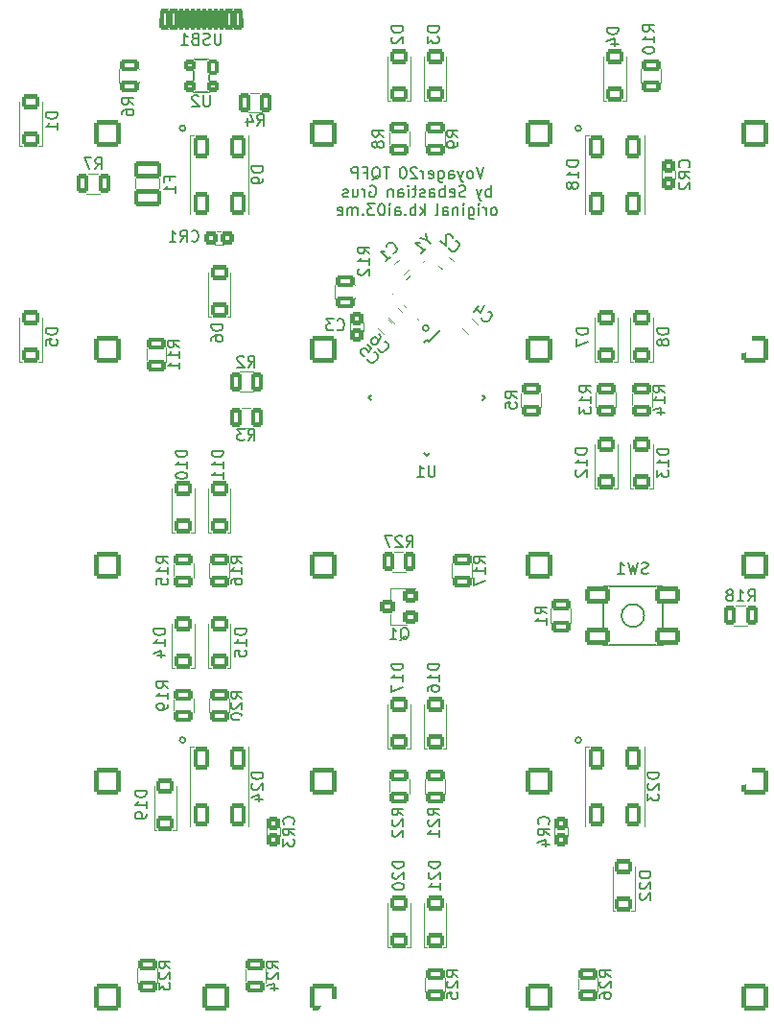
<source format=gbo>
%TF.GenerationSoftware,KiCad,Pcbnew,(7.0.0)*%
%TF.CreationDate,2023-03-11T20:18:40+01:00*%
%TF.ProjectId,Voyager20-TQFP,566f7961-6765-4723-9230-2d545146502e,rev?*%
%TF.SameCoordinates,Original*%
%TF.FileFunction,Legend,Bot*%
%TF.FilePolarity,Positive*%
%FSLAX46Y46*%
G04 Gerber Fmt 4.6, Leading zero omitted, Abs format (unit mm)*
G04 Created by KiCad (PCBNEW (7.0.0)) date 2023-03-11 20:18:40*
%MOMM*%
%LPD*%
G01*
G04 APERTURE LIST*
G04 Aperture macros list*
%AMRoundRect*
0 Rectangle with rounded corners*
0 $1 Rounding radius*
0 $2 $3 $4 $5 $6 $7 $8 $9 X,Y pos of 4 corners*
0 Add a 4 corners polygon primitive as box body*
4,1,4,$2,$3,$4,$5,$6,$7,$8,$9,$2,$3,0*
0 Add four circle primitives for the rounded corners*
1,1,$1+$1,$2,$3*
1,1,$1+$1,$4,$5*
1,1,$1+$1,$6,$7*
1,1,$1+$1,$8,$9*
0 Add four rect primitives between the rounded corners*
20,1,$1+$1,$2,$3,$4,$5,0*
20,1,$1+$1,$4,$5,$6,$7,0*
20,1,$1+$1,$6,$7,$8,$9,0*
20,1,$1+$1,$8,$9,$2,$3,0*%
%AMHorizOval*
0 Thick line with rounded ends*
0 $1 width*
0 $2 $3 position (X,Y) of the first rounded end (center of the circle)*
0 $4 $5 position (X,Y) of the second rounded end (center of the circle)*
0 Add line between two ends*
20,1,$1,$2,$3,$4,$5,0*
0 Add two circle primitives to create the rounded ends*
1,1,$1,$2,$3*
1,1,$1,$4,$5*%
G04 Aperture macros list end*
%ADD10C,0.200000*%
%ADD11C,0.150000*%
%ADD12C,0.120000*%
%ADD13C,2.150000*%
%ADD14C,4.387800*%
%ADD15HorizOval,2.650000X0.655001X0.730000X-0.655001X-0.730000X0*%
%ADD16C,2.650000*%
%ADD17HorizOval,2.650000X0.020000X0.290000X-0.020000X-0.290000X0*%
%ADD18C,2.305000*%
%ADD19RoundRect,0.200000X-0.952500X-0.952500X0.952500X-0.952500X0.952500X0.952500X-0.952500X0.952500X0*%
%ADD20C,3.448000*%
%ADD21HorizOval,2.650000X-0.730000X0.655001X0.730000X-0.655001X0*%
%ADD22HorizOval,2.650000X-0.290000X0.020000X0.290000X-0.020000X0*%
%ADD23RoundRect,0.200000X0.952500X-0.952500X0.952500X0.952500X-0.952500X0.952500X-0.952500X-0.952500X0*%
%ADD24RoundRect,0.200000X-0.017678X-0.548008X0.548008X0.017678X0.017678X0.548008X-0.548008X-0.017678X0*%
%ADD25RoundRect,0.200000X0.548008X-0.017678X-0.017678X0.548008X-0.548008X0.017678X0.017678X-0.548008X0*%
%ADD26RoundRect,0.200000X0.375000X-0.400000X0.375000X0.400000X-0.375000X0.400000X-0.375000X-0.400000X0*%
%ADD27RoundRect,0.200000X0.400000X0.375000X-0.400000X0.375000X-0.400000X-0.375000X0.400000X-0.375000X0*%
%ADD28RoundRect,0.200000X0.600000X-0.450000X0.600000X0.450000X-0.600000X0.450000X-0.600000X-0.450000X0*%
%ADD29RoundRect,0.200000X0.500000X-0.800000X0.500000X0.800000X-0.500000X0.800000X-0.500000X-0.800000X0*%
%ADD30RoundRect,0.200000X-1.015000X-0.570000X1.015000X-0.570000X1.015000X0.570000X-1.015000X0.570000X0*%
%ADD31RoundRect,0.200000X-0.650000X0.350000X-0.650000X-0.350000X0.650000X-0.350000X0.650000X0.350000X0*%
%ADD32RoundRect,0.200000X0.350000X0.650000X-0.350000X0.650000X-0.350000X-0.650000X0.350000X-0.650000X0*%
%ADD33RoundRect,0.200000X-0.350000X-0.650000X0.350000X-0.650000X0.350000X0.650000X-0.350000X0.650000X0*%
%ADD34RoundRect,0.200000X0.650000X-0.350000X0.650000X0.350000X-0.650000X0.350000X-0.650000X-0.350000X0*%
%ADD35RoundRect,0.200000X-0.900000X-0.550000X0.900000X-0.550000X0.900000X0.550000X-0.900000X0.550000X0*%
%ADD36RoundRect,0.200000X-0.350000X0.500000X-0.350000X-0.500000X0.350000X-0.500000X0.350000X0.500000X0*%
%ADD37RoundRect,0.200000X-0.350000X0.300000X-0.350000X-0.300000X0.350000X-0.300000X0.350000X0.300000X0*%
%ADD38C,1.050000*%
%ADD39RoundRect,0.200000X-0.300000X-0.725000X0.300000X-0.725000X0.300000X0.725000X-0.300000X0.725000X0*%
%ADD40RoundRect,0.200000X-0.150000X-0.725000X0.150000X-0.725000X0.150000X0.725000X-0.150000X0.725000X0*%
%ADD41O,1.400000X2.000000*%
%ADD42O,1.400000X2.500000*%
%ADD43RoundRect,0.200000X-0.070711X-0.919239X0.919239X0.070711X0.070711X0.919239X-0.919239X-0.070711X0*%
%ADD44RoundRect,0.200000X0.371231X0.760140X-0.760140X-0.371231X-0.371231X-0.760140X0.760140X0.371231X0*%
%ADD45RoundRect,0.200000X0.760140X-0.371231X-0.371231X0.760140X-0.760140X0.371231X0.371231X-0.760140X0*%
%ADD46RoundRect,0.200000X0.450000X0.400000X-0.450000X0.400000X-0.450000X-0.400000X0.450000X-0.400000X0*%
G04 APERTURE END LIST*
D10*
X77209471Y-61948030D02*
G75*
G03*
X77209471Y-61948030I-254000J0D01*
G01*
X55753000Y-44323000D02*
G75*
G03*
X55753000Y-44323000I-254000J0D01*
G01*
X90678000Y-44323000D02*
G75*
G03*
X90678000Y-44323000I-254000J0D01*
G01*
X90678000Y-98298000D02*
G75*
G03*
X90678000Y-98298000I-254000J0D01*
G01*
X55753000Y-98298000D02*
G75*
G03*
X55753000Y-98298000I-254000J0D01*
G01*
D11*
X82095238Y-47753630D02*
X81761905Y-48753630D01*
X81761905Y-48753630D02*
X81428572Y-47753630D01*
X80952381Y-48753630D02*
X81047619Y-48706011D01*
X81047619Y-48706011D02*
X81095238Y-48658392D01*
X81095238Y-48658392D02*
X81142857Y-48563154D01*
X81142857Y-48563154D02*
X81142857Y-48277440D01*
X81142857Y-48277440D02*
X81095238Y-48182202D01*
X81095238Y-48182202D02*
X81047619Y-48134583D01*
X81047619Y-48134583D02*
X80952381Y-48086964D01*
X80952381Y-48086964D02*
X80809524Y-48086964D01*
X80809524Y-48086964D02*
X80714286Y-48134583D01*
X80714286Y-48134583D02*
X80666667Y-48182202D01*
X80666667Y-48182202D02*
X80619048Y-48277440D01*
X80619048Y-48277440D02*
X80619048Y-48563154D01*
X80619048Y-48563154D02*
X80666667Y-48658392D01*
X80666667Y-48658392D02*
X80714286Y-48706011D01*
X80714286Y-48706011D02*
X80809524Y-48753630D01*
X80809524Y-48753630D02*
X80952381Y-48753630D01*
X80285714Y-48086964D02*
X80047619Y-48753630D01*
X79809524Y-48086964D02*
X80047619Y-48753630D01*
X80047619Y-48753630D02*
X80142857Y-48991726D01*
X80142857Y-48991726D02*
X80190476Y-49039345D01*
X80190476Y-49039345D02*
X80285714Y-49086964D01*
X79000000Y-48753630D02*
X79000000Y-48229821D01*
X79000000Y-48229821D02*
X79047619Y-48134583D01*
X79047619Y-48134583D02*
X79142857Y-48086964D01*
X79142857Y-48086964D02*
X79333333Y-48086964D01*
X79333333Y-48086964D02*
X79428571Y-48134583D01*
X79000000Y-48706011D02*
X79095238Y-48753630D01*
X79095238Y-48753630D02*
X79333333Y-48753630D01*
X79333333Y-48753630D02*
X79428571Y-48706011D01*
X79428571Y-48706011D02*
X79476190Y-48610773D01*
X79476190Y-48610773D02*
X79476190Y-48515535D01*
X79476190Y-48515535D02*
X79428571Y-48420297D01*
X79428571Y-48420297D02*
X79333333Y-48372678D01*
X79333333Y-48372678D02*
X79095238Y-48372678D01*
X79095238Y-48372678D02*
X79000000Y-48325059D01*
X78095238Y-48086964D02*
X78095238Y-48896488D01*
X78095238Y-48896488D02*
X78142857Y-48991726D01*
X78142857Y-48991726D02*
X78190476Y-49039345D01*
X78190476Y-49039345D02*
X78285714Y-49086964D01*
X78285714Y-49086964D02*
X78428571Y-49086964D01*
X78428571Y-49086964D02*
X78523809Y-49039345D01*
X78095238Y-48706011D02*
X78190476Y-48753630D01*
X78190476Y-48753630D02*
X78380952Y-48753630D01*
X78380952Y-48753630D02*
X78476190Y-48706011D01*
X78476190Y-48706011D02*
X78523809Y-48658392D01*
X78523809Y-48658392D02*
X78571428Y-48563154D01*
X78571428Y-48563154D02*
X78571428Y-48277440D01*
X78571428Y-48277440D02*
X78523809Y-48182202D01*
X78523809Y-48182202D02*
X78476190Y-48134583D01*
X78476190Y-48134583D02*
X78380952Y-48086964D01*
X78380952Y-48086964D02*
X78190476Y-48086964D01*
X78190476Y-48086964D02*
X78095238Y-48134583D01*
X77238095Y-48706011D02*
X77333333Y-48753630D01*
X77333333Y-48753630D02*
X77523809Y-48753630D01*
X77523809Y-48753630D02*
X77619047Y-48706011D01*
X77619047Y-48706011D02*
X77666666Y-48610773D01*
X77666666Y-48610773D02*
X77666666Y-48229821D01*
X77666666Y-48229821D02*
X77619047Y-48134583D01*
X77619047Y-48134583D02*
X77523809Y-48086964D01*
X77523809Y-48086964D02*
X77333333Y-48086964D01*
X77333333Y-48086964D02*
X77238095Y-48134583D01*
X77238095Y-48134583D02*
X77190476Y-48229821D01*
X77190476Y-48229821D02*
X77190476Y-48325059D01*
X77190476Y-48325059D02*
X77666666Y-48420297D01*
X76761904Y-48753630D02*
X76761904Y-48086964D01*
X76761904Y-48277440D02*
X76714285Y-48182202D01*
X76714285Y-48182202D02*
X76666666Y-48134583D01*
X76666666Y-48134583D02*
X76571428Y-48086964D01*
X76571428Y-48086964D02*
X76476190Y-48086964D01*
X76190475Y-47848869D02*
X76142856Y-47801250D01*
X76142856Y-47801250D02*
X76047618Y-47753630D01*
X76047618Y-47753630D02*
X75809523Y-47753630D01*
X75809523Y-47753630D02*
X75714285Y-47801250D01*
X75714285Y-47801250D02*
X75666666Y-47848869D01*
X75666666Y-47848869D02*
X75619047Y-47944107D01*
X75619047Y-47944107D02*
X75619047Y-48039345D01*
X75619047Y-48039345D02*
X75666666Y-48182202D01*
X75666666Y-48182202D02*
X76238094Y-48753630D01*
X76238094Y-48753630D02*
X75619047Y-48753630D01*
X74999999Y-47753630D02*
X74904761Y-47753630D01*
X74904761Y-47753630D02*
X74809523Y-47801250D01*
X74809523Y-47801250D02*
X74761904Y-47848869D01*
X74761904Y-47848869D02*
X74714285Y-47944107D01*
X74714285Y-47944107D02*
X74666666Y-48134583D01*
X74666666Y-48134583D02*
X74666666Y-48372678D01*
X74666666Y-48372678D02*
X74714285Y-48563154D01*
X74714285Y-48563154D02*
X74761904Y-48658392D01*
X74761904Y-48658392D02*
X74809523Y-48706011D01*
X74809523Y-48706011D02*
X74904761Y-48753630D01*
X74904761Y-48753630D02*
X74999999Y-48753630D01*
X74999999Y-48753630D02*
X75095237Y-48706011D01*
X75095237Y-48706011D02*
X75142856Y-48658392D01*
X75142856Y-48658392D02*
X75190475Y-48563154D01*
X75190475Y-48563154D02*
X75238094Y-48372678D01*
X75238094Y-48372678D02*
X75238094Y-48134583D01*
X75238094Y-48134583D02*
X75190475Y-47944107D01*
X75190475Y-47944107D02*
X75142856Y-47848869D01*
X75142856Y-47848869D02*
X75095237Y-47801250D01*
X75095237Y-47801250D02*
X74999999Y-47753630D01*
X73780951Y-47753630D02*
X73209523Y-47753630D01*
X73495237Y-48753630D02*
X73495237Y-47753630D01*
X72209523Y-48848869D02*
X72304761Y-48801250D01*
X72304761Y-48801250D02*
X72399999Y-48706011D01*
X72399999Y-48706011D02*
X72542856Y-48563154D01*
X72542856Y-48563154D02*
X72638094Y-48515535D01*
X72638094Y-48515535D02*
X72733332Y-48515535D01*
X72685713Y-48753630D02*
X72780951Y-48706011D01*
X72780951Y-48706011D02*
X72876189Y-48610773D01*
X72876189Y-48610773D02*
X72923808Y-48420297D01*
X72923808Y-48420297D02*
X72923808Y-48086964D01*
X72923808Y-48086964D02*
X72876189Y-47896488D01*
X72876189Y-47896488D02*
X72780951Y-47801250D01*
X72780951Y-47801250D02*
X72685713Y-47753630D01*
X72685713Y-47753630D02*
X72495237Y-47753630D01*
X72495237Y-47753630D02*
X72399999Y-47801250D01*
X72399999Y-47801250D02*
X72304761Y-47896488D01*
X72304761Y-47896488D02*
X72257142Y-48086964D01*
X72257142Y-48086964D02*
X72257142Y-48420297D01*
X72257142Y-48420297D02*
X72304761Y-48610773D01*
X72304761Y-48610773D02*
X72399999Y-48706011D01*
X72399999Y-48706011D02*
X72495237Y-48753630D01*
X72495237Y-48753630D02*
X72685713Y-48753630D01*
X71495237Y-48229821D02*
X71828570Y-48229821D01*
X71828570Y-48753630D02*
X71828570Y-47753630D01*
X71828570Y-47753630D02*
X71352380Y-47753630D01*
X70971427Y-48753630D02*
X70971427Y-47753630D01*
X70971427Y-47753630D02*
X70590475Y-47753630D01*
X70590475Y-47753630D02*
X70495237Y-47801250D01*
X70495237Y-47801250D02*
X70447618Y-47848869D01*
X70447618Y-47848869D02*
X70399999Y-47944107D01*
X70399999Y-47944107D02*
X70399999Y-48086964D01*
X70399999Y-48086964D02*
X70447618Y-48182202D01*
X70447618Y-48182202D02*
X70495237Y-48229821D01*
X70495237Y-48229821D02*
X70590475Y-48277440D01*
X70590475Y-48277440D02*
X70971427Y-48277440D01*
X82704762Y-50373630D02*
X82704762Y-49373630D01*
X82704762Y-49754583D02*
X82609524Y-49706964D01*
X82609524Y-49706964D02*
X82419048Y-49706964D01*
X82419048Y-49706964D02*
X82323810Y-49754583D01*
X82323810Y-49754583D02*
X82276191Y-49802202D01*
X82276191Y-49802202D02*
X82228572Y-49897440D01*
X82228572Y-49897440D02*
X82228572Y-50183154D01*
X82228572Y-50183154D02*
X82276191Y-50278392D01*
X82276191Y-50278392D02*
X82323810Y-50326011D01*
X82323810Y-50326011D02*
X82419048Y-50373630D01*
X82419048Y-50373630D02*
X82609524Y-50373630D01*
X82609524Y-50373630D02*
X82704762Y-50326011D01*
X81895238Y-49706964D02*
X81657143Y-50373630D01*
X81419048Y-49706964D02*
X81657143Y-50373630D01*
X81657143Y-50373630D02*
X81752381Y-50611726D01*
X81752381Y-50611726D02*
X81800000Y-50659345D01*
X81800000Y-50659345D02*
X81895238Y-50706964D01*
X80485714Y-50326011D02*
X80342857Y-50373630D01*
X80342857Y-50373630D02*
X80104762Y-50373630D01*
X80104762Y-50373630D02*
X80009524Y-50326011D01*
X80009524Y-50326011D02*
X79961905Y-50278392D01*
X79961905Y-50278392D02*
X79914286Y-50183154D01*
X79914286Y-50183154D02*
X79914286Y-50087916D01*
X79914286Y-50087916D02*
X79961905Y-49992678D01*
X79961905Y-49992678D02*
X80009524Y-49945059D01*
X80009524Y-49945059D02*
X80104762Y-49897440D01*
X80104762Y-49897440D02*
X80295238Y-49849821D01*
X80295238Y-49849821D02*
X80390476Y-49802202D01*
X80390476Y-49802202D02*
X80438095Y-49754583D01*
X80438095Y-49754583D02*
X80485714Y-49659345D01*
X80485714Y-49659345D02*
X80485714Y-49564107D01*
X80485714Y-49564107D02*
X80438095Y-49468869D01*
X80438095Y-49468869D02*
X80390476Y-49421250D01*
X80390476Y-49421250D02*
X80295238Y-49373630D01*
X80295238Y-49373630D02*
X80057143Y-49373630D01*
X80057143Y-49373630D02*
X79914286Y-49421250D01*
X79104762Y-50326011D02*
X79200000Y-50373630D01*
X79200000Y-50373630D02*
X79390476Y-50373630D01*
X79390476Y-50373630D02*
X79485714Y-50326011D01*
X79485714Y-50326011D02*
X79533333Y-50230773D01*
X79533333Y-50230773D02*
X79533333Y-49849821D01*
X79533333Y-49849821D02*
X79485714Y-49754583D01*
X79485714Y-49754583D02*
X79390476Y-49706964D01*
X79390476Y-49706964D02*
X79200000Y-49706964D01*
X79200000Y-49706964D02*
X79104762Y-49754583D01*
X79104762Y-49754583D02*
X79057143Y-49849821D01*
X79057143Y-49849821D02*
X79057143Y-49945059D01*
X79057143Y-49945059D02*
X79533333Y-50040297D01*
X78628571Y-50373630D02*
X78628571Y-49373630D01*
X78628571Y-49754583D02*
X78533333Y-49706964D01*
X78533333Y-49706964D02*
X78342857Y-49706964D01*
X78342857Y-49706964D02*
X78247619Y-49754583D01*
X78247619Y-49754583D02*
X78200000Y-49802202D01*
X78200000Y-49802202D02*
X78152381Y-49897440D01*
X78152381Y-49897440D02*
X78152381Y-50183154D01*
X78152381Y-50183154D02*
X78200000Y-50278392D01*
X78200000Y-50278392D02*
X78247619Y-50326011D01*
X78247619Y-50326011D02*
X78342857Y-50373630D01*
X78342857Y-50373630D02*
X78533333Y-50373630D01*
X78533333Y-50373630D02*
X78628571Y-50326011D01*
X77295238Y-50373630D02*
X77295238Y-49849821D01*
X77295238Y-49849821D02*
X77342857Y-49754583D01*
X77342857Y-49754583D02*
X77438095Y-49706964D01*
X77438095Y-49706964D02*
X77628571Y-49706964D01*
X77628571Y-49706964D02*
X77723809Y-49754583D01*
X77295238Y-50326011D02*
X77390476Y-50373630D01*
X77390476Y-50373630D02*
X77628571Y-50373630D01*
X77628571Y-50373630D02*
X77723809Y-50326011D01*
X77723809Y-50326011D02*
X77771428Y-50230773D01*
X77771428Y-50230773D02*
X77771428Y-50135535D01*
X77771428Y-50135535D02*
X77723809Y-50040297D01*
X77723809Y-50040297D02*
X77628571Y-49992678D01*
X77628571Y-49992678D02*
X77390476Y-49992678D01*
X77390476Y-49992678D02*
X77295238Y-49945059D01*
X76866666Y-50326011D02*
X76771428Y-50373630D01*
X76771428Y-50373630D02*
X76580952Y-50373630D01*
X76580952Y-50373630D02*
X76485714Y-50326011D01*
X76485714Y-50326011D02*
X76438095Y-50230773D01*
X76438095Y-50230773D02*
X76438095Y-50183154D01*
X76438095Y-50183154D02*
X76485714Y-50087916D01*
X76485714Y-50087916D02*
X76580952Y-50040297D01*
X76580952Y-50040297D02*
X76723809Y-50040297D01*
X76723809Y-50040297D02*
X76819047Y-49992678D01*
X76819047Y-49992678D02*
X76866666Y-49897440D01*
X76866666Y-49897440D02*
X76866666Y-49849821D01*
X76866666Y-49849821D02*
X76819047Y-49754583D01*
X76819047Y-49754583D02*
X76723809Y-49706964D01*
X76723809Y-49706964D02*
X76580952Y-49706964D01*
X76580952Y-49706964D02*
X76485714Y-49754583D01*
X76152380Y-49706964D02*
X75771428Y-49706964D01*
X76009523Y-49373630D02*
X76009523Y-50230773D01*
X76009523Y-50230773D02*
X75961904Y-50326011D01*
X75961904Y-50326011D02*
X75866666Y-50373630D01*
X75866666Y-50373630D02*
X75771428Y-50373630D01*
X75438094Y-50373630D02*
X75438094Y-49706964D01*
X75438094Y-49373630D02*
X75485713Y-49421250D01*
X75485713Y-49421250D02*
X75438094Y-49468869D01*
X75438094Y-49468869D02*
X75390475Y-49421250D01*
X75390475Y-49421250D02*
X75438094Y-49373630D01*
X75438094Y-49373630D02*
X75438094Y-49468869D01*
X74533333Y-50373630D02*
X74533333Y-49849821D01*
X74533333Y-49849821D02*
X74580952Y-49754583D01*
X74580952Y-49754583D02*
X74676190Y-49706964D01*
X74676190Y-49706964D02*
X74866666Y-49706964D01*
X74866666Y-49706964D02*
X74961904Y-49754583D01*
X74533333Y-50326011D02*
X74628571Y-50373630D01*
X74628571Y-50373630D02*
X74866666Y-50373630D01*
X74866666Y-50373630D02*
X74961904Y-50326011D01*
X74961904Y-50326011D02*
X75009523Y-50230773D01*
X75009523Y-50230773D02*
X75009523Y-50135535D01*
X75009523Y-50135535D02*
X74961904Y-50040297D01*
X74961904Y-50040297D02*
X74866666Y-49992678D01*
X74866666Y-49992678D02*
X74628571Y-49992678D01*
X74628571Y-49992678D02*
X74533333Y-49945059D01*
X74057142Y-49706964D02*
X74057142Y-50373630D01*
X74057142Y-49802202D02*
X74009523Y-49754583D01*
X74009523Y-49754583D02*
X73914285Y-49706964D01*
X73914285Y-49706964D02*
X73771428Y-49706964D01*
X73771428Y-49706964D02*
X73676190Y-49754583D01*
X73676190Y-49754583D02*
X73628571Y-49849821D01*
X73628571Y-49849821D02*
X73628571Y-50373630D01*
X72028571Y-49421250D02*
X72123809Y-49373630D01*
X72123809Y-49373630D02*
X72266666Y-49373630D01*
X72266666Y-49373630D02*
X72409523Y-49421250D01*
X72409523Y-49421250D02*
X72504761Y-49516488D01*
X72504761Y-49516488D02*
X72552380Y-49611726D01*
X72552380Y-49611726D02*
X72599999Y-49802202D01*
X72599999Y-49802202D02*
X72599999Y-49945059D01*
X72599999Y-49945059D02*
X72552380Y-50135535D01*
X72552380Y-50135535D02*
X72504761Y-50230773D01*
X72504761Y-50230773D02*
X72409523Y-50326011D01*
X72409523Y-50326011D02*
X72266666Y-50373630D01*
X72266666Y-50373630D02*
X72171428Y-50373630D01*
X72171428Y-50373630D02*
X72028571Y-50326011D01*
X72028571Y-50326011D02*
X71980952Y-50278392D01*
X71980952Y-50278392D02*
X71980952Y-49945059D01*
X71980952Y-49945059D02*
X72171428Y-49945059D01*
X71552380Y-50373630D02*
X71552380Y-49706964D01*
X71552380Y-49897440D02*
X71504761Y-49802202D01*
X71504761Y-49802202D02*
X71457142Y-49754583D01*
X71457142Y-49754583D02*
X71361904Y-49706964D01*
X71361904Y-49706964D02*
X71266666Y-49706964D01*
X70504761Y-49706964D02*
X70504761Y-50373630D01*
X70933332Y-49706964D02*
X70933332Y-50230773D01*
X70933332Y-50230773D02*
X70885713Y-50326011D01*
X70885713Y-50326011D02*
X70790475Y-50373630D01*
X70790475Y-50373630D02*
X70647618Y-50373630D01*
X70647618Y-50373630D02*
X70552380Y-50326011D01*
X70552380Y-50326011D02*
X70504761Y-50278392D01*
X70076189Y-50326011D02*
X69980951Y-50373630D01*
X69980951Y-50373630D02*
X69790475Y-50373630D01*
X69790475Y-50373630D02*
X69695237Y-50326011D01*
X69695237Y-50326011D02*
X69647618Y-50230773D01*
X69647618Y-50230773D02*
X69647618Y-50183154D01*
X69647618Y-50183154D02*
X69695237Y-50087916D01*
X69695237Y-50087916D02*
X69790475Y-50040297D01*
X69790475Y-50040297D02*
X69933332Y-50040297D01*
X69933332Y-50040297D02*
X70028570Y-49992678D01*
X70028570Y-49992678D02*
X70076189Y-49897440D01*
X70076189Y-49897440D02*
X70076189Y-49849821D01*
X70076189Y-49849821D02*
X70028570Y-49754583D01*
X70028570Y-49754583D02*
X69933332Y-49706964D01*
X69933332Y-49706964D02*
X69790475Y-49706964D01*
X69790475Y-49706964D02*
X69695237Y-49754583D01*
X83047618Y-51993630D02*
X83142856Y-51946011D01*
X83142856Y-51946011D02*
X83190475Y-51898392D01*
X83190475Y-51898392D02*
X83238094Y-51803154D01*
X83238094Y-51803154D02*
X83238094Y-51517440D01*
X83238094Y-51517440D02*
X83190475Y-51422202D01*
X83190475Y-51422202D02*
X83142856Y-51374583D01*
X83142856Y-51374583D02*
X83047618Y-51326964D01*
X83047618Y-51326964D02*
X82904761Y-51326964D01*
X82904761Y-51326964D02*
X82809523Y-51374583D01*
X82809523Y-51374583D02*
X82761904Y-51422202D01*
X82761904Y-51422202D02*
X82714285Y-51517440D01*
X82714285Y-51517440D02*
X82714285Y-51803154D01*
X82714285Y-51803154D02*
X82761904Y-51898392D01*
X82761904Y-51898392D02*
X82809523Y-51946011D01*
X82809523Y-51946011D02*
X82904761Y-51993630D01*
X82904761Y-51993630D02*
X83047618Y-51993630D01*
X82285713Y-51993630D02*
X82285713Y-51326964D01*
X82285713Y-51517440D02*
X82238094Y-51422202D01*
X82238094Y-51422202D02*
X82190475Y-51374583D01*
X82190475Y-51374583D02*
X82095237Y-51326964D01*
X82095237Y-51326964D02*
X81999999Y-51326964D01*
X81666665Y-51993630D02*
X81666665Y-51326964D01*
X81666665Y-50993630D02*
X81714284Y-51041250D01*
X81714284Y-51041250D02*
X81666665Y-51088869D01*
X81666665Y-51088869D02*
X81619046Y-51041250D01*
X81619046Y-51041250D02*
X81666665Y-50993630D01*
X81666665Y-50993630D02*
X81666665Y-51088869D01*
X80761904Y-51326964D02*
X80761904Y-52136488D01*
X80761904Y-52136488D02*
X80809523Y-52231726D01*
X80809523Y-52231726D02*
X80857142Y-52279345D01*
X80857142Y-52279345D02*
X80952380Y-52326964D01*
X80952380Y-52326964D02*
X81095237Y-52326964D01*
X81095237Y-52326964D02*
X81190475Y-52279345D01*
X80761904Y-51946011D02*
X80857142Y-51993630D01*
X80857142Y-51993630D02*
X81047618Y-51993630D01*
X81047618Y-51993630D02*
X81142856Y-51946011D01*
X81142856Y-51946011D02*
X81190475Y-51898392D01*
X81190475Y-51898392D02*
X81238094Y-51803154D01*
X81238094Y-51803154D02*
X81238094Y-51517440D01*
X81238094Y-51517440D02*
X81190475Y-51422202D01*
X81190475Y-51422202D02*
X81142856Y-51374583D01*
X81142856Y-51374583D02*
X81047618Y-51326964D01*
X81047618Y-51326964D02*
X80857142Y-51326964D01*
X80857142Y-51326964D02*
X80761904Y-51374583D01*
X80285713Y-51993630D02*
X80285713Y-51326964D01*
X80285713Y-50993630D02*
X80333332Y-51041250D01*
X80333332Y-51041250D02*
X80285713Y-51088869D01*
X80285713Y-51088869D02*
X80238094Y-51041250D01*
X80238094Y-51041250D02*
X80285713Y-50993630D01*
X80285713Y-50993630D02*
X80285713Y-51088869D01*
X79809523Y-51326964D02*
X79809523Y-51993630D01*
X79809523Y-51422202D02*
X79761904Y-51374583D01*
X79761904Y-51374583D02*
X79666666Y-51326964D01*
X79666666Y-51326964D02*
X79523809Y-51326964D01*
X79523809Y-51326964D02*
X79428571Y-51374583D01*
X79428571Y-51374583D02*
X79380952Y-51469821D01*
X79380952Y-51469821D02*
X79380952Y-51993630D01*
X78476190Y-51993630D02*
X78476190Y-51469821D01*
X78476190Y-51469821D02*
X78523809Y-51374583D01*
X78523809Y-51374583D02*
X78619047Y-51326964D01*
X78619047Y-51326964D02*
X78809523Y-51326964D01*
X78809523Y-51326964D02*
X78904761Y-51374583D01*
X78476190Y-51946011D02*
X78571428Y-51993630D01*
X78571428Y-51993630D02*
X78809523Y-51993630D01*
X78809523Y-51993630D02*
X78904761Y-51946011D01*
X78904761Y-51946011D02*
X78952380Y-51850773D01*
X78952380Y-51850773D02*
X78952380Y-51755535D01*
X78952380Y-51755535D02*
X78904761Y-51660297D01*
X78904761Y-51660297D02*
X78809523Y-51612678D01*
X78809523Y-51612678D02*
X78571428Y-51612678D01*
X78571428Y-51612678D02*
X78476190Y-51565059D01*
X77857142Y-51993630D02*
X77952380Y-51946011D01*
X77952380Y-51946011D02*
X77999999Y-51850773D01*
X77999999Y-51850773D02*
X77999999Y-50993630D01*
X76876189Y-51993630D02*
X76876189Y-50993630D01*
X76780951Y-51612678D02*
X76495237Y-51993630D01*
X76495237Y-51326964D02*
X76876189Y-51707916D01*
X76066665Y-51993630D02*
X76066665Y-50993630D01*
X76066665Y-51374583D02*
X75971427Y-51326964D01*
X75971427Y-51326964D02*
X75780951Y-51326964D01*
X75780951Y-51326964D02*
X75685713Y-51374583D01*
X75685713Y-51374583D02*
X75638094Y-51422202D01*
X75638094Y-51422202D02*
X75590475Y-51517440D01*
X75590475Y-51517440D02*
X75590475Y-51803154D01*
X75590475Y-51803154D02*
X75638094Y-51898392D01*
X75638094Y-51898392D02*
X75685713Y-51946011D01*
X75685713Y-51946011D02*
X75780951Y-51993630D01*
X75780951Y-51993630D02*
X75971427Y-51993630D01*
X75971427Y-51993630D02*
X76066665Y-51946011D01*
X75161903Y-51898392D02*
X75114284Y-51946011D01*
X75114284Y-51946011D02*
X75161903Y-51993630D01*
X75161903Y-51993630D02*
X75209522Y-51946011D01*
X75209522Y-51946011D02*
X75161903Y-51898392D01*
X75161903Y-51898392D02*
X75161903Y-51993630D01*
X74257142Y-51993630D02*
X74257142Y-51469821D01*
X74257142Y-51469821D02*
X74304761Y-51374583D01*
X74304761Y-51374583D02*
X74399999Y-51326964D01*
X74399999Y-51326964D02*
X74590475Y-51326964D01*
X74590475Y-51326964D02*
X74685713Y-51374583D01*
X74257142Y-51946011D02*
X74352380Y-51993630D01*
X74352380Y-51993630D02*
X74590475Y-51993630D01*
X74590475Y-51993630D02*
X74685713Y-51946011D01*
X74685713Y-51946011D02*
X74733332Y-51850773D01*
X74733332Y-51850773D02*
X74733332Y-51755535D01*
X74733332Y-51755535D02*
X74685713Y-51660297D01*
X74685713Y-51660297D02*
X74590475Y-51612678D01*
X74590475Y-51612678D02*
X74352380Y-51612678D01*
X74352380Y-51612678D02*
X74257142Y-51565059D01*
X73780951Y-51993630D02*
X73780951Y-51326964D01*
X73780951Y-50993630D02*
X73828570Y-51041250D01*
X73828570Y-51041250D02*
X73780951Y-51088869D01*
X73780951Y-51088869D02*
X73733332Y-51041250D01*
X73733332Y-51041250D02*
X73780951Y-50993630D01*
X73780951Y-50993630D02*
X73780951Y-51088869D01*
X73114285Y-50993630D02*
X73019047Y-50993630D01*
X73019047Y-50993630D02*
X72923809Y-51041250D01*
X72923809Y-51041250D02*
X72876190Y-51088869D01*
X72876190Y-51088869D02*
X72828571Y-51184107D01*
X72828571Y-51184107D02*
X72780952Y-51374583D01*
X72780952Y-51374583D02*
X72780952Y-51612678D01*
X72780952Y-51612678D02*
X72828571Y-51803154D01*
X72828571Y-51803154D02*
X72876190Y-51898392D01*
X72876190Y-51898392D02*
X72923809Y-51946011D01*
X72923809Y-51946011D02*
X73019047Y-51993630D01*
X73019047Y-51993630D02*
X73114285Y-51993630D01*
X73114285Y-51993630D02*
X73209523Y-51946011D01*
X73209523Y-51946011D02*
X73257142Y-51898392D01*
X73257142Y-51898392D02*
X73304761Y-51803154D01*
X73304761Y-51803154D02*
X73352380Y-51612678D01*
X73352380Y-51612678D02*
X73352380Y-51374583D01*
X73352380Y-51374583D02*
X73304761Y-51184107D01*
X73304761Y-51184107D02*
X73257142Y-51088869D01*
X73257142Y-51088869D02*
X73209523Y-51041250D01*
X73209523Y-51041250D02*
X73114285Y-50993630D01*
X72447618Y-50993630D02*
X71828571Y-50993630D01*
X71828571Y-50993630D02*
X72161904Y-51374583D01*
X72161904Y-51374583D02*
X72019047Y-51374583D01*
X72019047Y-51374583D02*
X71923809Y-51422202D01*
X71923809Y-51422202D02*
X71876190Y-51469821D01*
X71876190Y-51469821D02*
X71828571Y-51565059D01*
X71828571Y-51565059D02*
X71828571Y-51803154D01*
X71828571Y-51803154D02*
X71876190Y-51898392D01*
X71876190Y-51898392D02*
X71923809Y-51946011D01*
X71923809Y-51946011D02*
X72019047Y-51993630D01*
X72019047Y-51993630D02*
X72304761Y-51993630D01*
X72304761Y-51993630D02*
X72399999Y-51946011D01*
X72399999Y-51946011D02*
X72447618Y-51898392D01*
X71399999Y-51898392D02*
X71352380Y-51946011D01*
X71352380Y-51946011D02*
X71399999Y-51993630D01*
X71399999Y-51993630D02*
X71447618Y-51946011D01*
X71447618Y-51946011D02*
X71399999Y-51898392D01*
X71399999Y-51898392D02*
X71399999Y-51993630D01*
X70923809Y-51993630D02*
X70923809Y-51326964D01*
X70923809Y-51422202D02*
X70876190Y-51374583D01*
X70876190Y-51374583D02*
X70780952Y-51326964D01*
X70780952Y-51326964D02*
X70638095Y-51326964D01*
X70638095Y-51326964D02*
X70542857Y-51374583D01*
X70542857Y-51374583D02*
X70495238Y-51469821D01*
X70495238Y-51469821D02*
X70495238Y-51993630D01*
X70495238Y-51469821D02*
X70447619Y-51374583D01*
X70447619Y-51374583D02*
X70352381Y-51326964D01*
X70352381Y-51326964D02*
X70209524Y-51326964D01*
X70209524Y-51326964D02*
X70114285Y-51374583D01*
X70114285Y-51374583D02*
X70066666Y-51469821D01*
X70066666Y-51469821D02*
X70066666Y-51993630D01*
X69209524Y-51946011D02*
X69304762Y-51993630D01*
X69304762Y-51993630D02*
X69495238Y-51993630D01*
X69495238Y-51993630D02*
X69590476Y-51946011D01*
X69590476Y-51946011D02*
X69638095Y-51850773D01*
X69638095Y-51850773D02*
X69638095Y-51469821D01*
X69638095Y-51469821D02*
X69590476Y-51374583D01*
X69590476Y-51374583D02*
X69495238Y-51326964D01*
X69495238Y-51326964D02*
X69304762Y-51326964D01*
X69304762Y-51326964D02*
X69209524Y-51374583D01*
X69209524Y-51374583D02*
X69161905Y-51469821D01*
X69161905Y-51469821D02*
X69161905Y-51565059D01*
X69161905Y-51565059D02*
X69638095Y-51660297D01*
X74065935Y-55318743D02*
X74133279Y-55318743D01*
X74133279Y-55318743D02*
X74267966Y-55251399D01*
X74267966Y-55251399D02*
X74335309Y-55184056D01*
X74335309Y-55184056D02*
X74402653Y-55049369D01*
X74402653Y-55049369D02*
X74402653Y-54914682D01*
X74402653Y-54914682D02*
X74368981Y-54813666D01*
X74368981Y-54813666D02*
X74267966Y-54645308D01*
X74267966Y-54645308D02*
X74166951Y-54544292D01*
X74166951Y-54544292D02*
X73998592Y-54443277D01*
X73998592Y-54443277D02*
X73897577Y-54409605D01*
X73897577Y-54409605D02*
X73762890Y-54409605D01*
X73762890Y-54409605D02*
X73628203Y-54476949D01*
X73628203Y-54476949D02*
X73560859Y-54544292D01*
X73560859Y-54544292D02*
X73493516Y-54678979D01*
X73493516Y-54678979D02*
X73493516Y-54746323D01*
X73459844Y-56059521D02*
X73863905Y-55655460D01*
X73661874Y-55857491D02*
X72954768Y-55150384D01*
X72954768Y-55150384D02*
X73123126Y-55184056D01*
X73123126Y-55184056D02*
X73257813Y-55184056D01*
X73257813Y-55184056D02*
X73358829Y-55150384D01*
X79012887Y-54844926D02*
X79012887Y-54912270D01*
X79012887Y-54912270D02*
X79080231Y-55046957D01*
X79080231Y-55046957D02*
X79147574Y-55114300D01*
X79147574Y-55114300D02*
X79282261Y-55181644D01*
X79282261Y-55181644D02*
X79416948Y-55181644D01*
X79416948Y-55181644D02*
X79517964Y-55147972D01*
X79517964Y-55147972D02*
X79686322Y-55046957D01*
X79686322Y-55046957D02*
X79787338Y-54945942D01*
X79787338Y-54945942D02*
X79888353Y-54777583D01*
X79888353Y-54777583D02*
X79922025Y-54676568D01*
X79922025Y-54676568D02*
X79922025Y-54541881D01*
X79922025Y-54541881D02*
X79854681Y-54407194D01*
X79854681Y-54407194D02*
X79787338Y-54339850D01*
X79787338Y-54339850D02*
X79652651Y-54272507D01*
X79652651Y-54272507D02*
X79585307Y-54272507D01*
X79315933Y-54003133D02*
X79315933Y-53935789D01*
X79315933Y-53935789D02*
X79282261Y-53834774D01*
X79282261Y-53834774D02*
X79113902Y-53666415D01*
X79113902Y-53666415D02*
X79012887Y-53632743D01*
X79012887Y-53632743D02*
X78945544Y-53632743D01*
X78945544Y-53632743D02*
X78844528Y-53666415D01*
X78844528Y-53666415D02*
X78777185Y-53733759D01*
X78777185Y-53733759D02*
X78709841Y-53868446D01*
X78709841Y-53868446D02*
X78709841Y-54676568D01*
X78709841Y-54676568D02*
X78272109Y-54238835D01*
X69146145Y-62060617D02*
X69193764Y-62108236D01*
X69193764Y-62108236D02*
X69336621Y-62155855D01*
X69336621Y-62155855D02*
X69431859Y-62155855D01*
X69431859Y-62155855D02*
X69574716Y-62108236D01*
X69574716Y-62108236D02*
X69669954Y-62012998D01*
X69669954Y-62012998D02*
X69717573Y-61917760D01*
X69717573Y-61917760D02*
X69765192Y-61727284D01*
X69765192Y-61727284D02*
X69765192Y-61584427D01*
X69765192Y-61584427D02*
X69717573Y-61393951D01*
X69717573Y-61393951D02*
X69669954Y-61298713D01*
X69669954Y-61298713D02*
X69574716Y-61203475D01*
X69574716Y-61203475D02*
X69431859Y-61155855D01*
X69431859Y-61155855D02*
X69336621Y-61155855D01*
X69336621Y-61155855D02*
X69193764Y-61203475D01*
X69193764Y-61203475D02*
X69146145Y-61251094D01*
X68812811Y-61155855D02*
X68193764Y-61155855D01*
X68193764Y-61155855D02*
X68527097Y-61536808D01*
X68527097Y-61536808D02*
X68384240Y-61536808D01*
X68384240Y-61536808D02*
X68289002Y-61584427D01*
X68289002Y-61584427D02*
X68241383Y-61632046D01*
X68241383Y-61632046D02*
X68193764Y-61727284D01*
X68193764Y-61727284D02*
X68193764Y-61965379D01*
X68193764Y-61965379D02*
X68241383Y-62060617D01*
X68241383Y-62060617D02*
X68289002Y-62108236D01*
X68289002Y-62108236D02*
X68384240Y-62155855D01*
X68384240Y-62155855D02*
X68669954Y-62155855D01*
X68669954Y-62155855D02*
X68765192Y-62108236D01*
X68765192Y-62108236D02*
X68812811Y-62060617D01*
X81874285Y-61053726D02*
X81874285Y-61121070D01*
X81874285Y-61121070D02*
X81941629Y-61255757D01*
X81941629Y-61255757D02*
X82008972Y-61323100D01*
X82008972Y-61323100D02*
X82143659Y-61390444D01*
X82143659Y-61390444D02*
X82278346Y-61390444D01*
X82278346Y-61390444D02*
X82379362Y-61356772D01*
X82379362Y-61356772D02*
X82547720Y-61255757D01*
X82547720Y-61255757D02*
X82648736Y-61154742D01*
X82648736Y-61154742D02*
X82749751Y-60986383D01*
X82749751Y-60986383D02*
X82783423Y-60885368D01*
X82783423Y-60885368D02*
X82783423Y-60750681D01*
X82783423Y-60750681D02*
X82716079Y-60615994D01*
X82716079Y-60615994D02*
X82648736Y-60548650D01*
X82648736Y-60548650D02*
X82514049Y-60481307D01*
X82514049Y-60481307D02*
X82446705Y-60481307D01*
X81672255Y-60043574D02*
X81200850Y-60514978D01*
X82109987Y-59942559D02*
X81773270Y-60615994D01*
X81773270Y-60615994D02*
X81335537Y-60178261D01*
X71846520Y-64673724D02*
X71846520Y-64741068D01*
X71846520Y-64741068D02*
X71913864Y-64875755D01*
X71913864Y-64875755D02*
X71981207Y-64943098D01*
X71981207Y-64943098D02*
X72115894Y-65010442D01*
X72115894Y-65010442D02*
X72250581Y-65010442D01*
X72250581Y-65010442D02*
X72351597Y-64976770D01*
X72351597Y-64976770D02*
X72519955Y-64875755D01*
X72519955Y-64875755D02*
X72620971Y-64774740D01*
X72620971Y-64774740D02*
X72721986Y-64606381D01*
X72721986Y-64606381D02*
X72755658Y-64505366D01*
X72755658Y-64505366D02*
X72755658Y-64370679D01*
X72755658Y-64370679D02*
X72688314Y-64235992D01*
X72688314Y-64235992D02*
X72620971Y-64168648D01*
X72620971Y-64168648D02*
X72486284Y-64101305D01*
X72486284Y-64101305D02*
X72418940Y-64101305D01*
X71846520Y-63394198D02*
X72183238Y-63730915D01*
X72183238Y-63730915D02*
X71880192Y-64101305D01*
X71880192Y-64101305D02*
X71880192Y-64033961D01*
X71880192Y-64033961D02*
X71846520Y-63932946D01*
X71846520Y-63932946D02*
X71678161Y-63764587D01*
X71678161Y-63764587D02*
X71577146Y-63730915D01*
X71577146Y-63730915D02*
X71509803Y-63730915D01*
X71509803Y-63730915D02*
X71408787Y-63764587D01*
X71408787Y-63764587D02*
X71240429Y-63932946D01*
X71240429Y-63932946D02*
X71206757Y-64033961D01*
X71206757Y-64033961D02*
X71206757Y-64101305D01*
X71206757Y-64101305D02*
X71240429Y-64202320D01*
X71240429Y-64202320D02*
X71408787Y-64370679D01*
X71408787Y-64370679D02*
X71509803Y-64404350D01*
X71509803Y-64404350D02*
X71577146Y-64404350D01*
X72757764Y-63706832D02*
X72757764Y-63774176D01*
X72757764Y-63774176D02*
X72825108Y-63908863D01*
X72825108Y-63908863D02*
X72892451Y-63976206D01*
X72892451Y-63976206D02*
X73027138Y-64043550D01*
X73027138Y-64043550D02*
X73161825Y-64043550D01*
X73161825Y-64043550D02*
X73262841Y-64009878D01*
X73262841Y-64009878D02*
X73431199Y-63908863D01*
X73431199Y-63908863D02*
X73532215Y-63807848D01*
X73532215Y-63807848D02*
X73633230Y-63639489D01*
X73633230Y-63639489D02*
X73666902Y-63538474D01*
X73666902Y-63538474D02*
X73666902Y-63403787D01*
X73666902Y-63403787D02*
X73599558Y-63269100D01*
X73599558Y-63269100D02*
X73532215Y-63201756D01*
X73532215Y-63201756D02*
X73397528Y-63134413D01*
X73397528Y-63134413D02*
X73330184Y-63134413D01*
X72791436Y-62460978D02*
X72926123Y-62595665D01*
X72926123Y-62595665D02*
X72959795Y-62696680D01*
X72959795Y-62696680D02*
X72959795Y-62764023D01*
X72959795Y-62764023D02*
X72926123Y-62932382D01*
X72926123Y-62932382D02*
X72825108Y-63100741D01*
X72825108Y-63100741D02*
X72555734Y-63370115D01*
X72555734Y-63370115D02*
X72454718Y-63403787D01*
X72454718Y-63403787D02*
X72387375Y-63403787D01*
X72387375Y-63403787D02*
X72286360Y-63370115D01*
X72286360Y-63370115D02*
X72151673Y-63235428D01*
X72151673Y-63235428D02*
X72118001Y-63134413D01*
X72118001Y-63134413D02*
X72118001Y-63067069D01*
X72118001Y-63067069D02*
X72151673Y-62966054D01*
X72151673Y-62966054D02*
X72320031Y-62797695D01*
X72320031Y-62797695D02*
X72421047Y-62764023D01*
X72421047Y-62764023D02*
X72488390Y-62764023D01*
X72488390Y-62764023D02*
X72589405Y-62797695D01*
X72589405Y-62797695D02*
X72724092Y-62932382D01*
X72724092Y-62932382D02*
X72757764Y-63033397D01*
X72757764Y-63033397D02*
X72757764Y-63100741D01*
X72757764Y-63100741D02*
X72724092Y-63201756D01*
X56292666Y-54247142D02*
X56340285Y-54294761D01*
X56340285Y-54294761D02*
X56483142Y-54342380D01*
X56483142Y-54342380D02*
X56578380Y-54342380D01*
X56578380Y-54342380D02*
X56721237Y-54294761D01*
X56721237Y-54294761D02*
X56816475Y-54199523D01*
X56816475Y-54199523D02*
X56864094Y-54104285D01*
X56864094Y-54104285D02*
X56911713Y-53913809D01*
X56911713Y-53913809D02*
X56911713Y-53770952D01*
X56911713Y-53770952D02*
X56864094Y-53580476D01*
X56864094Y-53580476D02*
X56816475Y-53485238D01*
X56816475Y-53485238D02*
X56721237Y-53390000D01*
X56721237Y-53390000D02*
X56578380Y-53342380D01*
X56578380Y-53342380D02*
X56483142Y-53342380D01*
X56483142Y-53342380D02*
X56340285Y-53390000D01*
X56340285Y-53390000D02*
X56292666Y-53437619D01*
X55292666Y-54342380D02*
X55625999Y-53866190D01*
X55864094Y-54342380D02*
X55864094Y-53342380D01*
X55864094Y-53342380D02*
X55483142Y-53342380D01*
X55483142Y-53342380D02*
X55387904Y-53390000D01*
X55387904Y-53390000D02*
X55340285Y-53437619D01*
X55340285Y-53437619D02*
X55292666Y-53532857D01*
X55292666Y-53532857D02*
X55292666Y-53675714D01*
X55292666Y-53675714D02*
X55340285Y-53770952D01*
X55340285Y-53770952D02*
X55387904Y-53818571D01*
X55387904Y-53818571D02*
X55483142Y-53866190D01*
X55483142Y-53866190D02*
X55864094Y-53866190D01*
X54340285Y-54342380D02*
X54911713Y-54342380D01*
X54625999Y-54342380D02*
X54625999Y-53342380D01*
X54625999Y-53342380D02*
X54721237Y-53485238D01*
X54721237Y-53485238D02*
X54816475Y-53580476D01*
X54816475Y-53580476D02*
X54911713Y-53628095D01*
X100197142Y-47752083D02*
X100244761Y-47704464D01*
X100244761Y-47704464D02*
X100292380Y-47561607D01*
X100292380Y-47561607D02*
X100292380Y-47466369D01*
X100292380Y-47466369D02*
X100244761Y-47323512D01*
X100244761Y-47323512D02*
X100149523Y-47228274D01*
X100149523Y-47228274D02*
X100054285Y-47180655D01*
X100054285Y-47180655D02*
X99863809Y-47133036D01*
X99863809Y-47133036D02*
X99720952Y-47133036D01*
X99720952Y-47133036D02*
X99530476Y-47180655D01*
X99530476Y-47180655D02*
X99435238Y-47228274D01*
X99435238Y-47228274D02*
X99340000Y-47323512D01*
X99340000Y-47323512D02*
X99292380Y-47466369D01*
X99292380Y-47466369D02*
X99292380Y-47561607D01*
X99292380Y-47561607D02*
X99340000Y-47704464D01*
X99340000Y-47704464D02*
X99387619Y-47752083D01*
X100292380Y-48752083D02*
X99816190Y-48418750D01*
X100292380Y-48180655D02*
X99292380Y-48180655D01*
X99292380Y-48180655D02*
X99292380Y-48561607D01*
X99292380Y-48561607D02*
X99340000Y-48656845D01*
X99340000Y-48656845D02*
X99387619Y-48704464D01*
X99387619Y-48704464D02*
X99482857Y-48752083D01*
X99482857Y-48752083D02*
X99625714Y-48752083D01*
X99625714Y-48752083D02*
X99720952Y-48704464D01*
X99720952Y-48704464D02*
X99768571Y-48656845D01*
X99768571Y-48656845D02*
X99816190Y-48561607D01*
X99816190Y-48561607D02*
X99816190Y-48180655D01*
X99387619Y-49133036D02*
X99340000Y-49180655D01*
X99340000Y-49180655D02*
X99292380Y-49275893D01*
X99292380Y-49275893D02*
X99292380Y-49513988D01*
X99292380Y-49513988D02*
X99340000Y-49609226D01*
X99340000Y-49609226D02*
X99387619Y-49656845D01*
X99387619Y-49656845D02*
X99482857Y-49704464D01*
X99482857Y-49704464D02*
X99578095Y-49704464D01*
X99578095Y-49704464D02*
X99720952Y-49656845D01*
X99720952Y-49656845D02*
X100292380Y-49085417D01*
X100292380Y-49085417D02*
X100292380Y-49704464D01*
X65272142Y-105695833D02*
X65319761Y-105648214D01*
X65319761Y-105648214D02*
X65367380Y-105505357D01*
X65367380Y-105505357D02*
X65367380Y-105410119D01*
X65367380Y-105410119D02*
X65319761Y-105267262D01*
X65319761Y-105267262D02*
X65224523Y-105172024D01*
X65224523Y-105172024D02*
X65129285Y-105124405D01*
X65129285Y-105124405D02*
X64938809Y-105076786D01*
X64938809Y-105076786D02*
X64795952Y-105076786D01*
X64795952Y-105076786D02*
X64605476Y-105124405D01*
X64605476Y-105124405D02*
X64510238Y-105172024D01*
X64510238Y-105172024D02*
X64415000Y-105267262D01*
X64415000Y-105267262D02*
X64367380Y-105410119D01*
X64367380Y-105410119D02*
X64367380Y-105505357D01*
X64367380Y-105505357D02*
X64415000Y-105648214D01*
X64415000Y-105648214D02*
X64462619Y-105695833D01*
X65367380Y-106695833D02*
X64891190Y-106362500D01*
X65367380Y-106124405D02*
X64367380Y-106124405D01*
X64367380Y-106124405D02*
X64367380Y-106505357D01*
X64367380Y-106505357D02*
X64415000Y-106600595D01*
X64415000Y-106600595D02*
X64462619Y-106648214D01*
X64462619Y-106648214D02*
X64557857Y-106695833D01*
X64557857Y-106695833D02*
X64700714Y-106695833D01*
X64700714Y-106695833D02*
X64795952Y-106648214D01*
X64795952Y-106648214D02*
X64843571Y-106600595D01*
X64843571Y-106600595D02*
X64891190Y-106505357D01*
X64891190Y-106505357D02*
X64891190Y-106124405D01*
X64367380Y-107029167D02*
X64367380Y-107648214D01*
X64367380Y-107648214D02*
X64748333Y-107314881D01*
X64748333Y-107314881D02*
X64748333Y-107457738D01*
X64748333Y-107457738D02*
X64795952Y-107552976D01*
X64795952Y-107552976D02*
X64843571Y-107600595D01*
X64843571Y-107600595D02*
X64938809Y-107648214D01*
X64938809Y-107648214D02*
X65176904Y-107648214D01*
X65176904Y-107648214D02*
X65272142Y-107600595D01*
X65272142Y-107600595D02*
X65319761Y-107552976D01*
X65319761Y-107552976D02*
X65367380Y-107457738D01*
X65367380Y-107457738D02*
X65367380Y-107172024D01*
X65367380Y-107172024D02*
X65319761Y-107076786D01*
X65319761Y-107076786D02*
X65272142Y-107029167D01*
X87775142Y-105695833D02*
X87822761Y-105648214D01*
X87822761Y-105648214D02*
X87870380Y-105505357D01*
X87870380Y-105505357D02*
X87870380Y-105410119D01*
X87870380Y-105410119D02*
X87822761Y-105267262D01*
X87822761Y-105267262D02*
X87727523Y-105172024D01*
X87727523Y-105172024D02*
X87632285Y-105124405D01*
X87632285Y-105124405D02*
X87441809Y-105076786D01*
X87441809Y-105076786D02*
X87298952Y-105076786D01*
X87298952Y-105076786D02*
X87108476Y-105124405D01*
X87108476Y-105124405D02*
X87013238Y-105172024D01*
X87013238Y-105172024D02*
X86918000Y-105267262D01*
X86918000Y-105267262D02*
X86870380Y-105410119D01*
X86870380Y-105410119D02*
X86870380Y-105505357D01*
X86870380Y-105505357D02*
X86918000Y-105648214D01*
X86918000Y-105648214D02*
X86965619Y-105695833D01*
X87870380Y-106695833D02*
X87394190Y-106362500D01*
X87870380Y-106124405D02*
X86870380Y-106124405D01*
X86870380Y-106124405D02*
X86870380Y-106505357D01*
X86870380Y-106505357D02*
X86918000Y-106600595D01*
X86918000Y-106600595D02*
X86965619Y-106648214D01*
X86965619Y-106648214D02*
X87060857Y-106695833D01*
X87060857Y-106695833D02*
X87203714Y-106695833D01*
X87203714Y-106695833D02*
X87298952Y-106648214D01*
X87298952Y-106648214D02*
X87346571Y-106600595D01*
X87346571Y-106600595D02*
X87394190Y-106505357D01*
X87394190Y-106505357D02*
X87394190Y-106124405D01*
X87203714Y-107552976D02*
X87870380Y-107552976D01*
X86822761Y-107314881D02*
X87537047Y-107076786D01*
X87537047Y-107076786D02*
X87537047Y-107695833D01*
X44436130Y-42918155D02*
X43436130Y-42918155D01*
X43436130Y-42918155D02*
X43436130Y-43156250D01*
X43436130Y-43156250D02*
X43483750Y-43299107D01*
X43483750Y-43299107D02*
X43578988Y-43394345D01*
X43578988Y-43394345D02*
X43674226Y-43441964D01*
X43674226Y-43441964D02*
X43864702Y-43489583D01*
X43864702Y-43489583D02*
X44007559Y-43489583D01*
X44007559Y-43489583D02*
X44198035Y-43441964D01*
X44198035Y-43441964D02*
X44293273Y-43394345D01*
X44293273Y-43394345D02*
X44388511Y-43299107D01*
X44388511Y-43299107D02*
X44436130Y-43156250D01*
X44436130Y-43156250D02*
X44436130Y-42918155D01*
X44436130Y-44441964D02*
X44436130Y-43870536D01*
X44436130Y-44156250D02*
X43436130Y-44156250D01*
X43436130Y-44156250D02*
X43578988Y-44061012D01*
X43578988Y-44061012D02*
X43674226Y-43965774D01*
X43674226Y-43965774D02*
X43721845Y-43870536D01*
X74947880Y-35329905D02*
X73947880Y-35329905D01*
X73947880Y-35329905D02*
X73947880Y-35568000D01*
X73947880Y-35568000D02*
X73995500Y-35710857D01*
X73995500Y-35710857D02*
X74090738Y-35806095D01*
X74090738Y-35806095D02*
X74185976Y-35853714D01*
X74185976Y-35853714D02*
X74376452Y-35901333D01*
X74376452Y-35901333D02*
X74519309Y-35901333D01*
X74519309Y-35901333D02*
X74709785Y-35853714D01*
X74709785Y-35853714D02*
X74805023Y-35806095D01*
X74805023Y-35806095D02*
X74900261Y-35710857D01*
X74900261Y-35710857D02*
X74947880Y-35568000D01*
X74947880Y-35568000D02*
X74947880Y-35329905D01*
X74043119Y-36282286D02*
X73995500Y-36329905D01*
X73995500Y-36329905D02*
X73947880Y-36425143D01*
X73947880Y-36425143D02*
X73947880Y-36663238D01*
X73947880Y-36663238D02*
X73995500Y-36758476D01*
X73995500Y-36758476D02*
X74043119Y-36806095D01*
X74043119Y-36806095D02*
X74138357Y-36853714D01*
X74138357Y-36853714D02*
X74233595Y-36853714D01*
X74233595Y-36853714D02*
X74376452Y-36806095D01*
X74376452Y-36806095D02*
X74947880Y-36234667D01*
X74947880Y-36234667D02*
X74947880Y-36853714D01*
X78122880Y-35329905D02*
X77122880Y-35329905D01*
X77122880Y-35329905D02*
X77122880Y-35568000D01*
X77122880Y-35568000D02*
X77170500Y-35710857D01*
X77170500Y-35710857D02*
X77265738Y-35806095D01*
X77265738Y-35806095D02*
X77360976Y-35853714D01*
X77360976Y-35853714D02*
X77551452Y-35901333D01*
X77551452Y-35901333D02*
X77694309Y-35901333D01*
X77694309Y-35901333D02*
X77884785Y-35853714D01*
X77884785Y-35853714D02*
X77980023Y-35806095D01*
X77980023Y-35806095D02*
X78075261Y-35710857D01*
X78075261Y-35710857D02*
X78122880Y-35568000D01*
X78122880Y-35568000D02*
X78122880Y-35329905D01*
X77122880Y-36234667D02*
X77122880Y-36853714D01*
X77122880Y-36853714D02*
X77503833Y-36520381D01*
X77503833Y-36520381D02*
X77503833Y-36663238D01*
X77503833Y-36663238D02*
X77551452Y-36758476D01*
X77551452Y-36758476D02*
X77599071Y-36806095D01*
X77599071Y-36806095D02*
X77694309Y-36853714D01*
X77694309Y-36853714D02*
X77932404Y-36853714D01*
X77932404Y-36853714D02*
X78027642Y-36806095D01*
X78027642Y-36806095D02*
X78075261Y-36758476D01*
X78075261Y-36758476D02*
X78122880Y-36663238D01*
X78122880Y-36663238D02*
X78122880Y-36377524D01*
X78122880Y-36377524D02*
X78075261Y-36282286D01*
X78075261Y-36282286D02*
X78027642Y-36234667D01*
X93966380Y-35456905D02*
X92966380Y-35456905D01*
X92966380Y-35456905D02*
X92966380Y-35695000D01*
X92966380Y-35695000D02*
X93014000Y-35837857D01*
X93014000Y-35837857D02*
X93109238Y-35933095D01*
X93109238Y-35933095D02*
X93204476Y-35980714D01*
X93204476Y-35980714D02*
X93394952Y-36028333D01*
X93394952Y-36028333D02*
X93537809Y-36028333D01*
X93537809Y-36028333D02*
X93728285Y-35980714D01*
X93728285Y-35980714D02*
X93823523Y-35933095D01*
X93823523Y-35933095D02*
X93918761Y-35837857D01*
X93918761Y-35837857D02*
X93966380Y-35695000D01*
X93966380Y-35695000D02*
X93966380Y-35456905D01*
X93299714Y-36885476D02*
X93966380Y-36885476D01*
X92918761Y-36647381D02*
X93633047Y-36409286D01*
X93633047Y-36409286D02*
X93633047Y-37028333D01*
X44436130Y-61968155D02*
X43436130Y-61968155D01*
X43436130Y-61968155D02*
X43436130Y-62206250D01*
X43436130Y-62206250D02*
X43483750Y-62349107D01*
X43483750Y-62349107D02*
X43578988Y-62444345D01*
X43578988Y-62444345D02*
X43674226Y-62491964D01*
X43674226Y-62491964D02*
X43864702Y-62539583D01*
X43864702Y-62539583D02*
X44007559Y-62539583D01*
X44007559Y-62539583D02*
X44198035Y-62491964D01*
X44198035Y-62491964D02*
X44293273Y-62444345D01*
X44293273Y-62444345D02*
X44388511Y-62349107D01*
X44388511Y-62349107D02*
X44436130Y-62206250D01*
X44436130Y-62206250D02*
X44436130Y-61968155D01*
X43436130Y-63444345D02*
X43436130Y-62968155D01*
X43436130Y-62968155D02*
X43912321Y-62920536D01*
X43912321Y-62920536D02*
X43864702Y-62968155D01*
X43864702Y-62968155D02*
X43817083Y-63063393D01*
X43817083Y-63063393D02*
X43817083Y-63301488D01*
X43817083Y-63301488D02*
X43864702Y-63396726D01*
X43864702Y-63396726D02*
X43912321Y-63444345D01*
X43912321Y-63444345D02*
X44007559Y-63491964D01*
X44007559Y-63491964D02*
X44245654Y-63491964D01*
X44245654Y-63491964D02*
X44340892Y-63444345D01*
X44340892Y-63444345D02*
X44388511Y-63396726D01*
X44388511Y-63396726D02*
X44436130Y-63301488D01*
X44436130Y-63301488D02*
X44436130Y-63063393D01*
X44436130Y-63063393D02*
X44388511Y-62968155D01*
X44388511Y-62968155D02*
X44340892Y-62920536D01*
X59041380Y-61618905D02*
X58041380Y-61618905D01*
X58041380Y-61618905D02*
X58041380Y-61857000D01*
X58041380Y-61857000D02*
X58089000Y-61999857D01*
X58089000Y-61999857D02*
X58184238Y-62095095D01*
X58184238Y-62095095D02*
X58279476Y-62142714D01*
X58279476Y-62142714D02*
X58469952Y-62190333D01*
X58469952Y-62190333D02*
X58612809Y-62190333D01*
X58612809Y-62190333D02*
X58803285Y-62142714D01*
X58803285Y-62142714D02*
X58898523Y-62095095D01*
X58898523Y-62095095D02*
X58993761Y-61999857D01*
X58993761Y-61999857D02*
X59041380Y-61857000D01*
X59041380Y-61857000D02*
X59041380Y-61618905D01*
X58041380Y-63047476D02*
X58041380Y-62857000D01*
X58041380Y-62857000D02*
X58089000Y-62761762D01*
X58089000Y-62761762D02*
X58136619Y-62714143D01*
X58136619Y-62714143D02*
X58279476Y-62618905D01*
X58279476Y-62618905D02*
X58469952Y-62571286D01*
X58469952Y-62571286D02*
X58850904Y-62571286D01*
X58850904Y-62571286D02*
X58946142Y-62618905D01*
X58946142Y-62618905D02*
X58993761Y-62666524D01*
X58993761Y-62666524D02*
X59041380Y-62761762D01*
X59041380Y-62761762D02*
X59041380Y-62952238D01*
X59041380Y-62952238D02*
X58993761Y-63047476D01*
X58993761Y-63047476D02*
X58946142Y-63095095D01*
X58946142Y-63095095D02*
X58850904Y-63142714D01*
X58850904Y-63142714D02*
X58612809Y-63142714D01*
X58612809Y-63142714D02*
X58517571Y-63095095D01*
X58517571Y-63095095D02*
X58469952Y-63047476D01*
X58469952Y-63047476D02*
X58422333Y-62952238D01*
X58422333Y-62952238D02*
X58422333Y-62761762D01*
X58422333Y-62761762D02*
X58469952Y-62666524D01*
X58469952Y-62666524D02*
X58517571Y-62618905D01*
X58517571Y-62618905D02*
X58612809Y-62571286D01*
X62604880Y-47680655D02*
X61604880Y-47680655D01*
X61604880Y-47680655D02*
X61604880Y-47918750D01*
X61604880Y-47918750D02*
X61652500Y-48061607D01*
X61652500Y-48061607D02*
X61747738Y-48156845D01*
X61747738Y-48156845D02*
X61842976Y-48204464D01*
X61842976Y-48204464D02*
X62033452Y-48252083D01*
X62033452Y-48252083D02*
X62176309Y-48252083D01*
X62176309Y-48252083D02*
X62366785Y-48204464D01*
X62366785Y-48204464D02*
X62462023Y-48156845D01*
X62462023Y-48156845D02*
X62557261Y-48061607D01*
X62557261Y-48061607D02*
X62604880Y-47918750D01*
X62604880Y-47918750D02*
X62604880Y-47680655D01*
X62604880Y-48728274D02*
X62604880Y-48918750D01*
X62604880Y-48918750D02*
X62557261Y-49013988D01*
X62557261Y-49013988D02*
X62509642Y-49061607D01*
X62509642Y-49061607D02*
X62366785Y-49156845D01*
X62366785Y-49156845D02*
X62176309Y-49204464D01*
X62176309Y-49204464D02*
X61795357Y-49204464D01*
X61795357Y-49204464D02*
X61700119Y-49156845D01*
X61700119Y-49156845D02*
X61652500Y-49109226D01*
X61652500Y-49109226D02*
X61604880Y-49013988D01*
X61604880Y-49013988D02*
X61604880Y-48823512D01*
X61604880Y-48823512D02*
X61652500Y-48728274D01*
X61652500Y-48728274D02*
X61700119Y-48680655D01*
X61700119Y-48680655D02*
X61795357Y-48633036D01*
X61795357Y-48633036D02*
X62033452Y-48633036D01*
X62033452Y-48633036D02*
X62128690Y-48680655D01*
X62128690Y-48680655D02*
X62176309Y-48728274D01*
X62176309Y-48728274D02*
X62223928Y-48823512D01*
X62223928Y-48823512D02*
X62223928Y-49013988D01*
X62223928Y-49013988D02*
X62176309Y-49109226D01*
X62176309Y-49109226D02*
X62128690Y-49156845D01*
X62128690Y-49156845D02*
X62033452Y-49204464D01*
X55897880Y-72763214D02*
X54897880Y-72763214D01*
X54897880Y-72763214D02*
X54897880Y-73001309D01*
X54897880Y-73001309D02*
X54945500Y-73144166D01*
X54945500Y-73144166D02*
X55040738Y-73239404D01*
X55040738Y-73239404D02*
X55135976Y-73287023D01*
X55135976Y-73287023D02*
X55326452Y-73334642D01*
X55326452Y-73334642D02*
X55469309Y-73334642D01*
X55469309Y-73334642D02*
X55659785Y-73287023D01*
X55659785Y-73287023D02*
X55755023Y-73239404D01*
X55755023Y-73239404D02*
X55850261Y-73144166D01*
X55850261Y-73144166D02*
X55897880Y-73001309D01*
X55897880Y-73001309D02*
X55897880Y-72763214D01*
X55897880Y-74287023D02*
X55897880Y-73715595D01*
X55897880Y-74001309D02*
X54897880Y-74001309D01*
X54897880Y-74001309D02*
X55040738Y-73906071D01*
X55040738Y-73906071D02*
X55135976Y-73810833D01*
X55135976Y-73810833D02*
X55183595Y-73715595D01*
X54897880Y-74906071D02*
X54897880Y-75001309D01*
X54897880Y-75001309D02*
X54945500Y-75096547D01*
X54945500Y-75096547D02*
X54993119Y-75144166D01*
X54993119Y-75144166D02*
X55088357Y-75191785D01*
X55088357Y-75191785D02*
X55278833Y-75239404D01*
X55278833Y-75239404D02*
X55516928Y-75239404D01*
X55516928Y-75239404D02*
X55707404Y-75191785D01*
X55707404Y-75191785D02*
X55802642Y-75144166D01*
X55802642Y-75144166D02*
X55850261Y-75096547D01*
X55850261Y-75096547D02*
X55897880Y-75001309D01*
X55897880Y-75001309D02*
X55897880Y-74906071D01*
X55897880Y-74906071D02*
X55850261Y-74810833D01*
X55850261Y-74810833D02*
X55802642Y-74763214D01*
X55802642Y-74763214D02*
X55707404Y-74715595D01*
X55707404Y-74715595D02*
X55516928Y-74667976D01*
X55516928Y-74667976D02*
X55278833Y-74667976D01*
X55278833Y-74667976D02*
X55088357Y-74715595D01*
X55088357Y-74715595D02*
X54993119Y-74763214D01*
X54993119Y-74763214D02*
X54945500Y-74810833D01*
X54945500Y-74810833D02*
X54897880Y-74906071D01*
X59072880Y-72763214D02*
X58072880Y-72763214D01*
X58072880Y-72763214D02*
X58072880Y-73001309D01*
X58072880Y-73001309D02*
X58120500Y-73144166D01*
X58120500Y-73144166D02*
X58215738Y-73239404D01*
X58215738Y-73239404D02*
X58310976Y-73287023D01*
X58310976Y-73287023D02*
X58501452Y-73334642D01*
X58501452Y-73334642D02*
X58644309Y-73334642D01*
X58644309Y-73334642D02*
X58834785Y-73287023D01*
X58834785Y-73287023D02*
X58930023Y-73239404D01*
X58930023Y-73239404D02*
X59025261Y-73144166D01*
X59025261Y-73144166D02*
X59072880Y-73001309D01*
X59072880Y-73001309D02*
X59072880Y-72763214D01*
X59072880Y-74287023D02*
X59072880Y-73715595D01*
X59072880Y-74001309D02*
X58072880Y-74001309D01*
X58072880Y-74001309D02*
X58215738Y-73906071D01*
X58215738Y-73906071D02*
X58310976Y-73810833D01*
X58310976Y-73810833D02*
X58358595Y-73715595D01*
X59072880Y-75239404D02*
X59072880Y-74667976D01*
X59072880Y-74953690D02*
X58072880Y-74953690D01*
X58072880Y-74953690D02*
X58215738Y-74858452D01*
X58215738Y-74858452D02*
X58310976Y-74763214D01*
X58310976Y-74763214D02*
X58358595Y-74667976D01*
X91172380Y-72572714D02*
X90172380Y-72572714D01*
X90172380Y-72572714D02*
X90172380Y-72810809D01*
X90172380Y-72810809D02*
X90220000Y-72953666D01*
X90220000Y-72953666D02*
X90315238Y-73048904D01*
X90315238Y-73048904D02*
X90410476Y-73096523D01*
X90410476Y-73096523D02*
X90600952Y-73144142D01*
X90600952Y-73144142D02*
X90743809Y-73144142D01*
X90743809Y-73144142D02*
X90934285Y-73096523D01*
X90934285Y-73096523D02*
X91029523Y-73048904D01*
X91029523Y-73048904D02*
X91124761Y-72953666D01*
X91124761Y-72953666D02*
X91172380Y-72810809D01*
X91172380Y-72810809D02*
X91172380Y-72572714D01*
X91172380Y-74096523D02*
X91172380Y-73525095D01*
X91172380Y-73810809D02*
X90172380Y-73810809D01*
X90172380Y-73810809D02*
X90315238Y-73715571D01*
X90315238Y-73715571D02*
X90410476Y-73620333D01*
X90410476Y-73620333D02*
X90458095Y-73525095D01*
X90267619Y-74477476D02*
X90220000Y-74525095D01*
X90220000Y-74525095D02*
X90172380Y-74620333D01*
X90172380Y-74620333D02*
X90172380Y-74858428D01*
X90172380Y-74858428D02*
X90220000Y-74953666D01*
X90220000Y-74953666D02*
X90267619Y-75001285D01*
X90267619Y-75001285D02*
X90362857Y-75048904D01*
X90362857Y-75048904D02*
X90458095Y-75048904D01*
X90458095Y-75048904D02*
X90600952Y-75001285D01*
X90600952Y-75001285D02*
X91172380Y-74429857D01*
X91172380Y-74429857D02*
X91172380Y-75048904D01*
X98411130Y-72604464D02*
X97411130Y-72604464D01*
X97411130Y-72604464D02*
X97411130Y-72842559D01*
X97411130Y-72842559D02*
X97458750Y-72985416D01*
X97458750Y-72985416D02*
X97553988Y-73080654D01*
X97553988Y-73080654D02*
X97649226Y-73128273D01*
X97649226Y-73128273D02*
X97839702Y-73175892D01*
X97839702Y-73175892D02*
X97982559Y-73175892D01*
X97982559Y-73175892D02*
X98173035Y-73128273D01*
X98173035Y-73128273D02*
X98268273Y-73080654D01*
X98268273Y-73080654D02*
X98363511Y-72985416D01*
X98363511Y-72985416D02*
X98411130Y-72842559D01*
X98411130Y-72842559D02*
X98411130Y-72604464D01*
X98411130Y-74128273D02*
X98411130Y-73556845D01*
X98411130Y-73842559D02*
X97411130Y-73842559D01*
X97411130Y-73842559D02*
X97553988Y-73747321D01*
X97553988Y-73747321D02*
X97649226Y-73652083D01*
X97649226Y-73652083D02*
X97696845Y-73556845D01*
X97411130Y-74461607D02*
X97411130Y-75080654D01*
X97411130Y-75080654D02*
X97792083Y-74747321D01*
X97792083Y-74747321D02*
X97792083Y-74890178D01*
X97792083Y-74890178D02*
X97839702Y-74985416D01*
X97839702Y-74985416D02*
X97887321Y-75033035D01*
X97887321Y-75033035D02*
X97982559Y-75080654D01*
X97982559Y-75080654D02*
X98220654Y-75080654D01*
X98220654Y-75080654D02*
X98315892Y-75033035D01*
X98315892Y-75033035D02*
X98363511Y-74985416D01*
X98363511Y-74985416D02*
X98411130Y-74890178D01*
X98411130Y-74890178D02*
X98411130Y-74604464D01*
X98411130Y-74604464D02*
X98363511Y-74509226D01*
X98363511Y-74509226D02*
X98315892Y-74461607D01*
X78122880Y-91559214D02*
X77122880Y-91559214D01*
X77122880Y-91559214D02*
X77122880Y-91797309D01*
X77122880Y-91797309D02*
X77170500Y-91940166D01*
X77170500Y-91940166D02*
X77265738Y-92035404D01*
X77265738Y-92035404D02*
X77360976Y-92083023D01*
X77360976Y-92083023D02*
X77551452Y-92130642D01*
X77551452Y-92130642D02*
X77694309Y-92130642D01*
X77694309Y-92130642D02*
X77884785Y-92083023D01*
X77884785Y-92083023D02*
X77980023Y-92035404D01*
X77980023Y-92035404D02*
X78075261Y-91940166D01*
X78075261Y-91940166D02*
X78122880Y-91797309D01*
X78122880Y-91797309D02*
X78122880Y-91559214D01*
X78122880Y-93083023D02*
X78122880Y-92511595D01*
X78122880Y-92797309D02*
X77122880Y-92797309D01*
X77122880Y-92797309D02*
X77265738Y-92702071D01*
X77265738Y-92702071D02*
X77360976Y-92606833D01*
X77360976Y-92606833D02*
X77408595Y-92511595D01*
X77122880Y-93940166D02*
X77122880Y-93749690D01*
X77122880Y-93749690D02*
X77170500Y-93654452D01*
X77170500Y-93654452D02*
X77218119Y-93606833D01*
X77218119Y-93606833D02*
X77360976Y-93511595D01*
X77360976Y-93511595D02*
X77551452Y-93463976D01*
X77551452Y-93463976D02*
X77932404Y-93463976D01*
X77932404Y-93463976D02*
X78027642Y-93511595D01*
X78027642Y-93511595D02*
X78075261Y-93559214D01*
X78075261Y-93559214D02*
X78122880Y-93654452D01*
X78122880Y-93654452D02*
X78122880Y-93844928D01*
X78122880Y-93844928D02*
X78075261Y-93940166D01*
X78075261Y-93940166D02*
X78027642Y-93987785D01*
X78027642Y-93987785D02*
X77932404Y-94035404D01*
X77932404Y-94035404D02*
X77694309Y-94035404D01*
X77694309Y-94035404D02*
X77599071Y-93987785D01*
X77599071Y-93987785D02*
X77551452Y-93940166D01*
X77551452Y-93940166D02*
X77503833Y-93844928D01*
X77503833Y-93844928D02*
X77503833Y-93654452D01*
X77503833Y-93654452D02*
X77551452Y-93559214D01*
X77551452Y-93559214D02*
X77599071Y-93511595D01*
X77599071Y-93511595D02*
X77694309Y-93463976D01*
X74947880Y-91559214D02*
X73947880Y-91559214D01*
X73947880Y-91559214D02*
X73947880Y-91797309D01*
X73947880Y-91797309D02*
X73995500Y-91940166D01*
X73995500Y-91940166D02*
X74090738Y-92035404D01*
X74090738Y-92035404D02*
X74185976Y-92083023D01*
X74185976Y-92083023D02*
X74376452Y-92130642D01*
X74376452Y-92130642D02*
X74519309Y-92130642D01*
X74519309Y-92130642D02*
X74709785Y-92083023D01*
X74709785Y-92083023D02*
X74805023Y-92035404D01*
X74805023Y-92035404D02*
X74900261Y-91940166D01*
X74900261Y-91940166D02*
X74947880Y-91797309D01*
X74947880Y-91797309D02*
X74947880Y-91559214D01*
X74947880Y-93083023D02*
X74947880Y-92511595D01*
X74947880Y-92797309D02*
X73947880Y-92797309D01*
X73947880Y-92797309D02*
X74090738Y-92702071D01*
X74090738Y-92702071D02*
X74185976Y-92606833D01*
X74185976Y-92606833D02*
X74233595Y-92511595D01*
X73947880Y-93416357D02*
X73947880Y-94083023D01*
X73947880Y-94083023D02*
X74947880Y-93654452D01*
X52310380Y-102766964D02*
X51310380Y-102766964D01*
X51310380Y-102766964D02*
X51310380Y-103005059D01*
X51310380Y-103005059D02*
X51358000Y-103147916D01*
X51358000Y-103147916D02*
X51453238Y-103243154D01*
X51453238Y-103243154D02*
X51548476Y-103290773D01*
X51548476Y-103290773D02*
X51738952Y-103338392D01*
X51738952Y-103338392D02*
X51881809Y-103338392D01*
X51881809Y-103338392D02*
X52072285Y-103290773D01*
X52072285Y-103290773D02*
X52167523Y-103243154D01*
X52167523Y-103243154D02*
X52262761Y-103147916D01*
X52262761Y-103147916D02*
X52310380Y-103005059D01*
X52310380Y-103005059D02*
X52310380Y-102766964D01*
X52310380Y-104290773D02*
X52310380Y-103719345D01*
X52310380Y-104005059D02*
X51310380Y-104005059D01*
X51310380Y-104005059D02*
X51453238Y-103909821D01*
X51453238Y-103909821D02*
X51548476Y-103814583D01*
X51548476Y-103814583D02*
X51596095Y-103719345D01*
X52310380Y-104766964D02*
X52310380Y-104957440D01*
X52310380Y-104957440D02*
X52262761Y-105052678D01*
X52262761Y-105052678D02*
X52215142Y-105100297D01*
X52215142Y-105100297D02*
X52072285Y-105195535D01*
X52072285Y-105195535D02*
X51881809Y-105243154D01*
X51881809Y-105243154D02*
X51500857Y-105243154D01*
X51500857Y-105243154D02*
X51405619Y-105195535D01*
X51405619Y-105195535D02*
X51358000Y-105147916D01*
X51358000Y-105147916D02*
X51310380Y-105052678D01*
X51310380Y-105052678D02*
X51310380Y-104862202D01*
X51310380Y-104862202D02*
X51358000Y-104766964D01*
X51358000Y-104766964D02*
X51405619Y-104719345D01*
X51405619Y-104719345D02*
X51500857Y-104671726D01*
X51500857Y-104671726D02*
X51738952Y-104671726D01*
X51738952Y-104671726D02*
X51834190Y-104719345D01*
X51834190Y-104719345D02*
X51881809Y-104766964D01*
X51881809Y-104766964D02*
X51929428Y-104862202D01*
X51929428Y-104862202D02*
X51929428Y-105052678D01*
X51929428Y-105052678D02*
X51881809Y-105147916D01*
X51881809Y-105147916D02*
X51834190Y-105195535D01*
X51834190Y-105195535D02*
X51738952Y-105243154D01*
X75043380Y-109021714D02*
X74043380Y-109021714D01*
X74043380Y-109021714D02*
X74043380Y-109259809D01*
X74043380Y-109259809D02*
X74091000Y-109402666D01*
X74091000Y-109402666D02*
X74186238Y-109497904D01*
X74186238Y-109497904D02*
X74281476Y-109545523D01*
X74281476Y-109545523D02*
X74471952Y-109593142D01*
X74471952Y-109593142D02*
X74614809Y-109593142D01*
X74614809Y-109593142D02*
X74805285Y-109545523D01*
X74805285Y-109545523D02*
X74900523Y-109497904D01*
X74900523Y-109497904D02*
X74995761Y-109402666D01*
X74995761Y-109402666D02*
X75043380Y-109259809D01*
X75043380Y-109259809D02*
X75043380Y-109021714D01*
X74138619Y-109974095D02*
X74091000Y-110021714D01*
X74091000Y-110021714D02*
X74043380Y-110116952D01*
X74043380Y-110116952D02*
X74043380Y-110355047D01*
X74043380Y-110355047D02*
X74091000Y-110450285D01*
X74091000Y-110450285D02*
X74138619Y-110497904D01*
X74138619Y-110497904D02*
X74233857Y-110545523D01*
X74233857Y-110545523D02*
X74329095Y-110545523D01*
X74329095Y-110545523D02*
X74471952Y-110497904D01*
X74471952Y-110497904D02*
X75043380Y-109926476D01*
X75043380Y-109926476D02*
X75043380Y-110545523D01*
X74043380Y-111164571D02*
X74043380Y-111259809D01*
X74043380Y-111259809D02*
X74091000Y-111355047D01*
X74091000Y-111355047D02*
X74138619Y-111402666D01*
X74138619Y-111402666D02*
X74233857Y-111450285D01*
X74233857Y-111450285D02*
X74424333Y-111497904D01*
X74424333Y-111497904D02*
X74662428Y-111497904D01*
X74662428Y-111497904D02*
X74852904Y-111450285D01*
X74852904Y-111450285D02*
X74948142Y-111402666D01*
X74948142Y-111402666D02*
X74995761Y-111355047D01*
X74995761Y-111355047D02*
X75043380Y-111259809D01*
X75043380Y-111259809D02*
X75043380Y-111164571D01*
X75043380Y-111164571D02*
X74995761Y-111069333D01*
X74995761Y-111069333D02*
X74948142Y-111021714D01*
X74948142Y-111021714D02*
X74852904Y-110974095D01*
X74852904Y-110974095D02*
X74662428Y-110926476D01*
X74662428Y-110926476D02*
X74424333Y-110926476D01*
X74424333Y-110926476D02*
X74233857Y-110974095D01*
X74233857Y-110974095D02*
X74138619Y-111021714D01*
X74138619Y-111021714D02*
X74091000Y-111069333D01*
X74091000Y-111069333D02*
X74043380Y-111164571D01*
X78218380Y-109021714D02*
X77218380Y-109021714D01*
X77218380Y-109021714D02*
X77218380Y-109259809D01*
X77218380Y-109259809D02*
X77266000Y-109402666D01*
X77266000Y-109402666D02*
X77361238Y-109497904D01*
X77361238Y-109497904D02*
X77456476Y-109545523D01*
X77456476Y-109545523D02*
X77646952Y-109593142D01*
X77646952Y-109593142D02*
X77789809Y-109593142D01*
X77789809Y-109593142D02*
X77980285Y-109545523D01*
X77980285Y-109545523D02*
X78075523Y-109497904D01*
X78075523Y-109497904D02*
X78170761Y-109402666D01*
X78170761Y-109402666D02*
X78218380Y-109259809D01*
X78218380Y-109259809D02*
X78218380Y-109021714D01*
X77313619Y-109974095D02*
X77266000Y-110021714D01*
X77266000Y-110021714D02*
X77218380Y-110116952D01*
X77218380Y-110116952D02*
X77218380Y-110355047D01*
X77218380Y-110355047D02*
X77266000Y-110450285D01*
X77266000Y-110450285D02*
X77313619Y-110497904D01*
X77313619Y-110497904D02*
X77408857Y-110545523D01*
X77408857Y-110545523D02*
X77504095Y-110545523D01*
X77504095Y-110545523D02*
X77646952Y-110497904D01*
X77646952Y-110497904D02*
X78218380Y-109926476D01*
X78218380Y-109926476D02*
X78218380Y-110545523D01*
X78218380Y-111497904D02*
X78218380Y-110926476D01*
X78218380Y-111212190D02*
X77218380Y-111212190D01*
X77218380Y-111212190D02*
X77361238Y-111116952D01*
X77361238Y-111116952D02*
X77456476Y-111021714D01*
X77456476Y-111021714D02*
X77504095Y-110926476D01*
X96823630Y-109910714D02*
X95823630Y-109910714D01*
X95823630Y-109910714D02*
X95823630Y-110148809D01*
X95823630Y-110148809D02*
X95871250Y-110291666D01*
X95871250Y-110291666D02*
X95966488Y-110386904D01*
X95966488Y-110386904D02*
X96061726Y-110434523D01*
X96061726Y-110434523D02*
X96252202Y-110482142D01*
X96252202Y-110482142D02*
X96395059Y-110482142D01*
X96395059Y-110482142D02*
X96585535Y-110434523D01*
X96585535Y-110434523D02*
X96680773Y-110386904D01*
X96680773Y-110386904D02*
X96776011Y-110291666D01*
X96776011Y-110291666D02*
X96823630Y-110148809D01*
X96823630Y-110148809D02*
X96823630Y-109910714D01*
X95918869Y-110863095D02*
X95871250Y-110910714D01*
X95871250Y-110910714D02*
X95823630Y-111005952D01*
X95823630Y-111005952D02*
X95823630Y-111244047D01*
X95823630Y-111244047D02*
X95871250Y-111339285D01*
X95871250Y-111339285D02*
X95918869Y-111386904D01*
X95918869Y-111386904D02*
X96014107Y-111434523D01*
X96014107Y-111434523D02*
X96109345Y-111434523D01*
X96109345Y-111434523D02*
X96252202Y-111386904D01*
X96252202Y-111386904D02*
X96823630Y-110815476D01*
X96823630Y-110815476D02*
X96823630Y-111434523D01*
X95918869Y-111815476D02*
X95871250Y-111863095D01*
X95871250Y-111863095D02*
X95823630Y-111958333D01*
X95823630Y-111958333D02*
X95823630Y-112196428D01*
X95823630Y-112196428D02*
X95871250Y-112291666D01*
X95871250Y-112291666D02*
X95918869Y-112339285D01*
X95918869Y-112339285D02*
X96014107Y-112386904D01*
X96014107Y-112386904D02*
X96109345Y-112386904D01*
X96109345Y-112386904D02*
X96252202Y-112339285D01*
X96252202Y-112339285D02*
X96823630Y-111767857D01*
X96823630Y-111767857D02*
X96823630Y-112386904D01*
X97529880Y-101179464D02*
X96529880Y-101179464D01*
X96529880Y-101179464D02*
X96529880Y-101417559D01*
X96529880Y-101417559D02*
X96577500Y-101560416D01*
X96577500Y-101560416D02*
X96672738Y-101655654D01*
X96672738Y-101655654D02*
X96767976Y-101703273D01*
X96767976Y-101703273D02*
X96958452Y-101750892D01*
X96958452Y-101750892D02*
X97101309Y-101750892D01*
X97101309Y-101750892D02*
X97291785Y-101703273D01*
X97291785Y-101703273D02*
X97387023Y-101655654D01*
X97387023Y-101655654D02*
X97482261Y-101560416D01*
X97482261Y-101560416D02*
X97529880Y-101417559D01*
X97529880Y-101417559D02*
X97529880Y-101179464D01*
X96625119Y-102131845D02*
X96577500Y-102179464D01*
X96577500Y-102179464D02*
X96529880Y-102274702D01*
X96529880Y-102274702D02*
X96529880Y-102512797D01*
X96529880Y-102512797D02*
X96577500Y-102608035D01*
X96577500Y-102608035D02*
X96625119Y-102655654D01*
X96625119Y-102655654D02*
X96720357Y-102703273D01*
X96720357Y-102703273D02*
X96815595Y-102703273D01*
X96815595Y-102703273D02*
X96958452Y-102655654D01*
X96958452Y-102655654D02*
X97529880Y-102084226D01*
X97529880Y-102084226D02*
X97529880Y-102703273D01*
X96529880Y-103036607D02*
X96529880Y-103655654D01*
X96529880Y-103655654D02*
X96910833Y-103322321D01*
X96910833Y-103322321D02*
X96910833Y-103465178D01*
X96910833Y-103465178D02*
X96958452Y-103560416D01*
X96958452Y-103560416D02*
X97006071Y-103608035D01*
X97006071Y-103608035D02*
X97101309Y-103655654D01*
X97101309Y-103655654D02*
X97339404Y-103655654D01*
X97339404Y-103655654D02*
X97434642Y-103608035D01*
X97434642Y-103608035D02*
X97482261Y-103560416D01*
X97482261Y-103560416D02*
X97529880Y-103465178D01*
X97529880Y-103465178D02*
X97529880Y-103179464D01*
X97529880Y-103179464D02*
X97482261Y-103084226D01*
X97482261Y-103084226D02*
X97434642Y-103036607D01*
X62604880Y-101179464D02*
X61604880Y-101179464D01*
X61604880Y-101179464D02*
X61604880Y-101417559D01*
X61604880Y-101417559D02*
X61652500Y-101560416D01*
X61652500Y-101560416D02*
X61747738Y-101655654D01*
X61747738Y-101655654D02*
X61842976Y-101703273D01*
X61842976Y-101703273D02*
X62033452Y-101750892D01*
X62033452Y-101750892D02*
X62176309Y-101750892D01*
X62176309Y-101750892D02*
X62366785Y-101703273D01*
X62366785Y-101703273D02*
X62462023Y-101655654D01*
X62462023Y-101655654D02*
X62557261Y-101560416D01*
X62557261Y-101560416D02*
X62604880Y-101417559D01*
X62604880Y-101417559D02*
X62604880Y-101179464D01*
X61700119Y-102131845D02*
X61652500Y-102179464D01*
X61652500Y-102179464D02*
X61604880Y-102274702D01*
X61604880Y-102274702D02*
X61604880Y-102512797D01*
X61604880Y-102512797D02*
X61652500Y-102608035D01*
X61652500Y-102608035D02*
X61700119Y-102655654D01*
X61700119Y-102655654D02*
X61795357Y-102703273D01*
X61795357Y-102703273D02*
X61890595Y-102703273D01*
X61890595Y-102703273D02*
X62033452Y-102655654D01*
X62033452Y-102655654D02*
X62604880Y-102084226D01*
X62604880Y-102084226D02*
X62604880Y-102703273D01*
X61938214Y-103560416D02*
X62604880Y-103560416D01*
X61557261Y-103322321D02*
X62271547Y-103084226D01*
X62271547Y-103084226D02*
X62271547Y-103703273D01*
X54326571Y-48942666D02*
X54326571Y-48609333D01*
X54850380Y-48609333D02*
X53850380Y-48609333D01*
X53850380Y-48609333D02*
X53850380Y-49085523D01*
X54850380Y-49990285D02*
X54850380Y-49418857D01*
X54850380Y-49704571D02*
X53850380Y-49704571D01*
X53850380Y-49704571D02*
X53993238Y-49609333D01*
X53993238Y-49609333D02*
X54088476Y-49514095D01*
X54088476Y-49514095D02*
X54136095Y-49418857D01*
X87617380Y-87145833D02*
X87141190Y-86812500D01*
X87617380Y-86574405D02*
X86617380Y-86574405D01*
X86617380Y-86574405D02*
X86617380Y-86955357D01*
X86617380Y-86955357D02*
X86665000Y-87050595D01*
X86665000Y-87050595D02*
X86712619Y-87098214D01*
X86712619Y-87098214D02*
X86807857Y-87145833D01*
X86807857Y-87145833D02*
X86950714Y-87145833D01*
X86950714Y-87145833D02*
X87045952Y-87098214D01*
X87045952Y-87098214D02*
X87093571Y-87050595D01*
X87093571Y-87050595D02*
X87141190Y-86955357D01*
X87141190Y-86955357D02*
X87141190Y-86574405D01*
X87617380Y-88098214D02*
X87617380Y-87526786D01*
X87617380Y-87812500D02*
X86617380Y-87812500D01*
X86617380Y-87812500D02*
X86760238Y-87717262D01*
X86760238Y-87717262D02*
X86855476Y-87622024D01*
X86855476Y-87622024D02*
X86903095Y-87526786D01*
X61285416Y-65392380D02*
X61618749Y-64916190D01*
X61856844Y-65392380D02*
X61856844Y-64392380D01*
X61856844Y-64392380D02*
X61475892Y-64392380D01*
X61475892Y-64392380D02*
X61380654Y-64440000D01*
X61380654Y-64440000D02*
X61333035Y-64487619D01*
X61333035Y-64487619D02*
X61285416Y-64582857D01*
X61285416Y-64582857D02*
X61285416Y-64725714D01*
X61285416Y-64725714D02*
X61333035Y-64820952D01*
X61333035Y-64820952D02*
X61380654Y-64868571D01*
X61380654Y-64868571D02*
X61475892Y-64916190D01*
X61475892Y-64916190D02*
X61856844Y-64916190D01*
X60904463Y-64487619D02*
X60856844Y-64440000D01*
X60856844Y-64440000D02*
X60761606Y-64392380D01*
X60761606Y-64392380D02*
X60523511Y-64392380D01*
X60523511Y-64392380D02*
X60428273Y-64440000D01*
X60428273Y-64440000D02*
X60380654Y-64487619D01*
X60380654Y-64487619D02*
X60333035Y-64582857D01*
X60333035Y-64582857D02*
X60333035Y-64678095D01*
X60333035Y-64678095D02*
X60380654Y-64820952D01*
X60380654Y-64820952D02*
X60952082Y-65392380D01*
X60952082Y-65392380D02*
X60333035Y-65392380D01*
X61285416Y-71867380D02*
X61618749Y-71391190D01*
X61856844Y-71867380D02*
X61856844Y-70867380D01*
X61856844Y-70867380D02*
X61475892Y-70867380D01*
X61475892Y-70867380D02*
X61380654Y-70915000D01*
X61380654Y-70915000D02*
X61333035Y-70962619D01*
X61333035Y-70962619D02*
X61285416Y-71057857D01*
X61285416Y-71057857D02*
X61285416Y-71200714D01*
X61285416Y-71200714D02*
X61333035Y-71295952D01*
X61333035Y-71295952D02*
X61380654Y-71343571D01*
X61380654Y-71343571D02*
X61475892Y-71391190D01*
X61475892Y-71391190D02*
X61856844Y-71391190D01*
X60952082Y-70867380D02*
X60333035Y-70867380D01*
X60333035Y-70867380D02*
X60666368Y-71248333D01*
X60666368Y-71248333D02*
X60523511Y-71248333D01*
X60523511Y-71248333D02*
X60428273Y-71295952D01*
X60428273Y-71295952D02*
X60380654Y-71343571D01*
X60380654Y-71343571D02*
X60333035Y-71438809D01*
X60333035Y-71438809D02*
X60333035Y-71676904D01*
X60333035Y-71676904D02*
X60380654Y-71772142D01*
X60380654Y-71772142D02*
X60428273Y-71819761D01*
X60428273Y-71819761D02*
X60523511Y-71867380D01*
X60523511Y-71867380D02*
X60809225Y-71867380D01*
X60809225Y-71867380D02*
X60904463Y-71819761D01*
X60904463Y-71819761D02*
X60952082Y-71772142D01*
X62079166Y-44086130D02*
X62412499Y-43609940D01*
X62650594Y-44086130D02*
X62650594Y-43086130D01*
X62650594Y-43086130D02*
X62269642Y-43086130D01*
X62269642Y-43086130D02*
X62174404Y-43133750D01*
X62174404Y-43133750D02*
X62126785Y-43181369D01*
X62126785Y-43181369D02*
X62079166Y-43276607D01*
X62079166Y-43276607D02*
X62079166Y-43419464D01*
X62079166Y-43419464D02*
X62126785Y-43514702D01*
X62126785Y-43514702D02*
X62174404Y-43562321D01*
X62174404Y-43562321D02*
X62269642Y-43609940D01*
X62269642Y-43609940D02*
X62650594Y-43609940D01*
X61222023Y-43419464D02*
X61222023Y-44086130D01*
X61460118Y-43038511D02*
X61698213Y-43752797D01*
X61698213Y-43752797D02*
X61079166Y-43752797D01*
X84978275Y-68114365D02*
X84502085Y-67781032D01*
X84978275Y-67542937D02*
X83978275Y-67542937D01*
X83978275Y-67542937D02*
X83978275Y-67923889D01*
X83978275Y-67923889D02*
X84025895Y-68019127D01*
X84025895Y-68019127D02*
X84073514Y-68066746D01*
X84073514Y-68066746D02*
X84168752Y-68114365D01*
X84168752Y-68114365D02*
X84311609Y-68114365D01*
X84311609Y-68114365D02*
X84406847Y-68066746D01*
X84406847Y-68066746D02*
X84454466Y-68019127D01*
X84454466Y-68019127D02*
X84502085Y-67923889D01*
X84502085Y-67923889D02*
X84502085Y-67542937D01*
X83978275Y-69019127D02*
X83978275Y-68542937D01*
X83978275Y-68542937D02*
X84454466Y-68495318D01*
X84454466Y-68495318D02*
X84406847Y-68542937D01*
X84406847Y-68542937D02*
X84359228Y-68638175D01*
X84359228Y-68638175D02*
X84359228Y-68876270D01*
X84359228Y-68876270D02*
X84406847Y-68971508D01*
X84406847Y-68971508D02*
X84454466Y-69019127D01*
X84454466Y-69019127D02*
X84549704Y-69066746D01*
X84549704Y-69066746D02*
X84787799Y-69066746D01*
X84787799Y-69066746D02*
X84883037Y-69019127D01*
X84883037Y-69019127D02*
X84930656Y-68971508D01*
X84930656Y-68971508D02*
X84978275Y-68876270D01*
X84978275Y-68876270D02*
X84978275Y-68638175D01*
X84978275Y-68638175D02*
X84930656Y-68542937D01*
X84930656Y-68542937D02*
X84883037Y-68495318D01*
X51167380Y-42251333D02*
X50691190Y-41918000D01*
X51167380Y-41679905D02*
X50167380Y-41679905D01*
X50167380Y-41679905D02*
X50167380Y-42060857D01*
X50167380Y-42060857D02*
X50215000Y-42156095D01*
X50215000Y-42156095D02*
X50262619Y-42203714D01*
X50262619Y-42203714D02*
X50357857Y-42251333D01*
X50357857Y-42251333D02*
X50500714Y-42251333D01*
X50500714Y-42251333D02*
X50595952Y-42203714D01*
X50595952Y-42203714D02*
X50643571Y-42156095D01*
X50643571Y-42156095D02*
X50691190Y-42060857D01*
X50691190Y-42060857D02*
X50691190Y-41679905D01*
X50167380Y-43108476D02*
X50167380Y-42918000D01*
X50167380Y-42918000D02*
X50215000Y-42822762D01*
X50215000Y-42822762D02*
X50262619Y-42775143D01*
X50262619Y-42775143D02*
X50405476Y-42679905D01*
X50405476Y-42679905D02*
X50595952Y-42632286D01*
X50595952Y-42632286D02*
X50976904Y-42632286D01*
X50976904Y-42632286D02*
X51072142Y-42679905D01*
X51072142Y-42679905D02*
X51119761Y-42727524D01*
X51119761Y-42727524D02*
X51167380Y-42822762D01*
X51167380Y-42822762D02*
X51167380Y-43013238D01*
X51167380Y-43013238D02*
X51119761Y-43108476D01*
X51119761Y-43108476D02*
X51072142Y-43156095D01*
X51072142Y-43156095D02*
X50976904Y-43203714D01*
X50976904Y-43203714D02*
X50738809Y-43203714D01*
X50738809Y-43203714D02*
X50643571Y-43156095D01*
X50643571Y-43156095D02*
X50595952Y-43108476D01*
X50595952Y-43108476D02*
X50548333Y-43013238D01*
X50548333Y-43013238D02*
X50548333Y-42822762D01*
X50548333Y-42822762D02*
X50595952Y-42727524D01*
X50595952Y-42727524D02*
X50643571Y-42679905D01*
X50643571Y-42679905D02*
X50738809Y-42632286D01*
X47791666Y-47929880D02*
X48124999Y-47453690D01*
X48363094Y-47929880D02*
X48363094Y-46929880D01*
X48363094Y-46929880D02*
X47982142Y-46929880D01*
X47982142Y-46929880D02*
X47886904Y-46977500D01*
X47886904Y-46977500D02*
X47839285Y-47025119D01*
X47839285Y-47025119D02*
X47791666Y-47120357D01*
X47791666Y-47120357D02*
X47791666Y-47263214D01*
X47791666Y-47263214D02*
X47839285Y-47358452D01*
X47839285Y-47358452D02*
X47886904Y-47406071D01*
X47886904Y-47406071D02*
X47982142Y-47453690D01*
X47982142Y-47453690D02*
X48363094Y-47453690D01*
X47458332Y-46929880D02*
X46791666Y-46929880D01*
X46791666Y-46929880D02*
X47220237Y-47929880D01*
X97141380Y-35806142D02*
X96665190Y-35472809D01*
X97141380Y-35234714D02*
X96141380Y-35234714D01*
X96141380Y-35234714D02*
X96141380Y-35615666D01*
X96141380Y-35615666D02*
X96189000Y-35710904D01*
X96189000Y-35710904D02*
X96236619Y-35758523D01*
X96236619Y-35758523D02*
X96331857Y-35806142D01*
X96331857Y-35806142D02*
X96474714Y-35806142D01*
X96474714Y-35806142D02*
X96569952Y-35758523D01*
X96569952Y-35758523D02*
X96617571Y-35710904D01*
X96617571Y-35710904D02*
X96665190Y-35615666D01*
X96665190Y-35615666D02*
X96665190Y-35234714D01*
X97141380Y-36758523D02*
X97141380Y-36187095D01*
X97141380Y-36472809D02*
X96141380Y-36472809D01*
X96141380Y-36472809D02*
X96284238Y-36377571D01*
X96284238Y-36377571D02*
X96379476Y-36282333D01*
X96379476Y-36282333D02*
X96427095Y-36187095D01*
X96141380Y-37377571D02*
X96141380Y-37472809D01*
X96141380Y-37472809D02*
X96189000Y-37568047D01*
X96189000Y-37568047D02*
X96236619Y-37615666D01*
X96236619Y-37615666D02*
X96331857Y-37663285D01*
X96331857Y-37663285D02*
X96522333Y-37710904D01*
X96522333Y-37710904D02*
X96760428Y-37710904D01*
X96760428Y-37710904D02*
X96950904Y-37663285D01*
X96950904Y-37663285D02*
X97046142Y-37615666D01*
X97046142Y-37615666D02*
X97093761Y-37568047D01*
X97093761Y-37568047D02*
X97141380Y-37472809D01*
X97141380Y-37472809D02*
X97141380Y-37377571D01*
X97141380Y-37377571D02*
X97093761Y-37282333D01*
X97093761Y-37282333D02*
X97046142Y-37234714D01*
X97046142Y-37234714D02*
X96950904Y-37187095D01*
X96950904Y-37187095D02*
X96760428Y-37139476D01*
X96760428Y-37139476D02*
X96522333Y-37139476D01*
X96522333Y-37139476D02*
X96331857Y-37187095D01*
X96331857Y-37187095D02*
X96236619Y-37234714D01*
X96236619Y-37234714D02*
X96189000Y-37282333D01*
X96189000Y-37282333D02*
X96141380Y-37377571D01*
X55198630Y-63650892D02*
X54722440Y-63317559D01*
X55198630Y-63079464D02*
X54198630Y-63079464D01*
X54198630Y-63079464D02*
X54198630Y-63460416D01*
X54198630Y-63460416D02*
X54246250Y-63555654D01*
X54246250Y-63555654D02*
X54293869Y-63603273D01*
X54293869Y-63603273D02*
X54389107Y-63650892D01*
X54389107Y-63650892D02*
X54531964Y-63650892D01*
X54531964Y-63650892D02*
X54627202Y-63603273D01*
X54627202Y-63603273D02*
X54674821Y-63555654D01*
X54674821Y-63555654D02*
X54722440Y-63460416D01*
X54722440Y-63460416D02*
X54722440Y-63079464D01*
X55198630Y-64603273D02*
X55198630Y-64031845D01*
X55198630Y-64317559D02*
X54198630Y-64317559D01*
X54198630Y-64317559D02*
X54341488Y-64222321D01*
X54341488Y-64222321D02*
X54436726Y-64127083D01*
X54436726Y-64127083D02*
X54484345Y-64031845D01*
X55198630Y-65555654D02*
X55198630Y-64984226D01*
X55198630Y-65269940D02*
X54198630Y-65269940D01*
X54198630Y-65269940D02*
X54341488Y-65174702D01*
X54341488Y-65174702D02*
X54436726Y-65079464D01*
X54436726Y-65079464D02*
X54484345Y-64984226D01*
X71999726Y-55393825D02*
X71523536Y-55060492D01*
X71999726Y-54822397D02*
X70999726Y-54822397D01*
X70999726Y-54822397D02*
X70999726Y-55203349D01*
X70999726Y-55203349D02*
X71047346Y-55298587D01*
X71047346Y-55298587D02*
X71094965Y-55346206D01*
X71094965Y-55346206D02*
X71190203Y-55393825D01*
X71190203Y-55393825D02*
X71333060Y-55393825D01*
X71333060Y-55393825D02*
X71428298Y-55346206D01*
X71428298Y-55346206D02*
X71475917Y-55298587D01*
X71475917Y-55298587D02*
X71523536Y-55203349D01*
X71523536Y-55203349D02*
X71523536Y-54822397D01*
X71999726Y-56346206D02*
X71999726Y-55774778D01*
X71999726Y-56060492D02*
X70999726Y-56060492D01*
X70999726Y-56060492D02*
X71142584Y-55965254D01*
X71142584Y-55965254D02*
X71237822Y-55870016D01*
X71237822Y-55870016D02*
X71285441Y-55774778D01*
X71094965Y-56727159D02*
X71047346Y-56774778D01*
X71047346Y-56774778D02*
X70999726Y-56870016D01*
X70999726Y-56870016D02*
X70999726Y-57108111D01*
X70999726Y-57108111D02*
X71047346Y-57203349D01*
X71047346Y-57203349D02*
X71094965Y-57250968D01*
X71094965Y-57250968D02*
X71190203Y-57298587D01*
X71190203Y-57298587D02*
X71285441Y-57298587D01*
X71285441Y-57298587D02*
X71428298Y-57250968D01*
X71428298Y-57250968D02*
X71999726Y-56679540D01*
X71999726Y-56679540D02*
X71999726Y-57298587D01*
X91553380Y-67619642D02*
X91077190Y-67286309D01*
X91553380Y-67048214D02*
X90553380Y-67048214D01*
X90553380Y-67048214D02*
X90553380Y-67429166D01*
X90553380Y-67429166D02*
X90601000Y-67524404D01*
X90601000Y-67524404D02*
X90648619Y-67572023D01*
X90648619Y-67572023D02*
X90743857Y-67619642D01*
X90743857Y-67619642D02*
X90886714Y-67619642D01*
X90886714Y-67619642D02*
X90981952Y-67572023D01*
X90981952Y-67572023D02*
X91029571Y-67524404D01*
X91029571Y-67524404D02*
X91077190Y-67429166D01*
X91077190Y-67429166D02*
X91077190Y-67048214D01*
X91553380Y-68572023D02*
X91553380Y-68000595D01*
X91553380Y-68286309D02*
X90553380Y-68286309D01*
X90553380Y-68286309D02*
X90696238Y-68191071D01*
X90696238Y-68191071D02*
X90791476Y-68095833D01*
X90791476Y-68095833D02*
X90839095Y-68000595D01*
X90553380Y-68905357D02*
X90553380Y-69524404D01*
X90553380Y-69524404D02*
X90934333Y-69191071D01*
X90934333Y-69191071D02*
X90934333Y-69333928D01*
X90934333Y-69333928D02*
X90981952Y-69429166D01*
X90981952Y-69429166D02*
X91029571Y-69476785D01*
X91029571Y-69476785D02*
X91124809Y-69524404D01*
X91124809Y-69524404D02*
X91362904Y-69524404D01*
X91362904Y-69524404D02*
X91458142Y-69476785D01*
X91458142Y-69476785D02*
X91505761Y-69429166D01*
X91505761Y-69429166D02*
X91553380Y-69333928D01*
X91553380Y-69333928D02*
X91553380Y-69048214D01*
X91553380Y-69048214D02*
X91505761Y-68952976D01*
X91505761Y-68952976D02*
X91458142Y-68905357D01*
X98061130Y-67619642D02*
X97584940Y-67286309D01*
X98061130Y-67048214D02*
X97061130Y-67048214D01*
X97061130Y-67048214D02*
X97061130Y-67429166D01*
X97061130Y-67429166D02*
X97108750Y-67524404D01*
X97108750Y-67524404D02*
X97156369Y-67572023D01*
X97156369Y-67572023D02*
X97251607Y-67619642D01*
X97251607Y-67619642D02*
X97394464Y-67619642D01*
X97394464Y-67619642D02*
X97489702Y-67572023D01*
X97489702Y-67572023D02*
X97537321Y-67524404D01*
X97537321Y-67524404D02*
X97584940Y-67429166D01*
X97584940Y-67429166D02*
X97584940Y-67048214D01*
X98061130Y-68572023D02*
X98061130Y-68000595D01*
X98061130Y-68286309D02*
X97061130Y-68286309D01*
X97061130Y-68286309D02*
X97203988Y-68191071D01*
X97203988Y-68191071D02*
X97299226Y-68095833D01*
X97299226Y-68095833D02*
X97346845Y-68000595D01*
X97394464Y-69429166D02*
X98061130Y-69429166D01*
X97013511Y-69191071D02*
X97727797Y-68952976D01*
X97727797Y-68952976D02*
X97727797Y-69572023D01*
X54215380Y-82700892D02*
X53739190Y-82367559D01*
X54215380Y-82129464D02*
X53215380Y-82129464D01*
X53215380Y-82129464D02*
X53215380Y-82510416D01*
X53215380Y-82510416D02*
X53263000Y-82605654D01*
X53263000Y-82605654D02*
X53310619Y-82653273D01*
X53310619Y-82653273D02*
X53405857Y-82700892D01*
X53405857Y-82700892D02*
X53548714Y-82700892D01*
X53548714Y-82700892D02*
X53643952Y-82653273D01*
X53643952Y-82653273D02*
X53691571Y-82605654D01*
X53691571Y-82605654D02*
X53739190Y-82510416D01*
X53739190Y-82510416D02*
X53739190Y-82129464D01*
X54215380Y-83653273D02*
X54215380Y-83081845D01*
X54215380Y-83367559D02*
X53215380Y-83367559D01*
X53215380Y-83367559D02*
X53358238Y-83272321D01*
X53358238Y-83272321D02*
X53453476Y-83177083D01*
X53453476Y-83177083D02*
X53501095Y-83081845D01*
X53215380Y-84558035D02*
X53215380Y-84081845D01*
X53215380Y-84081845D02*
X53691571Y-84034226D01*
X53691571Y-84034226D02*
X53643952Y-84081845D01*
X53643952Y-84081845D02*
X53596333Y-84177083D01*
X53596333Y-84177083D02*
X53596333Y-84415178D01*
X53596333Y-84415178D02*
X53643952Y-84510416D01*
X53643952Y-84510416D02*
X53691571Y-84558035D01*
X53691571Y-84558035D02*
X53786809Y-84605654D01*
X53786809Y-84605654D02*
X54024904Y-84605654D01*
X54024904Y-84605654D02*
X54120142Y-84558035D01*
X54120142Y-84558035D02*
X54167761Y-84510416D01*
X54167761Y-84510416D02*
X54215380Y-84415178D01*
X54215380Y-84415178D02*
X54215380Y-84177083D01*
X54215380Y-84177083D02*
X54167761Y-84081845D01*
X54167761Y-84081845D02*
X54120142Y-84034226D01*
X60754880Y-82700892D02*
X60278690Y-82367559D01*
X60754880Y-82129464D02*
X59754880Y-82129464D01*
X59754880Y-82129464D02*
X59754880Y-82510416D01*
X59754880Y-82510416D02*
X59802500Y-82605654D01*
X59802500Y-82605654D02*
X59850119Y-82653273D01*
X59850119Y-82653273D02*
X59945357Y-82700892D01*
X59945357Y-82700892D02*
X60088214Y-82700892D01*
X60088214Y-82700892D02*
X60183452Y-82653273D01*
X60183452Y-82653273D02*
X60231071Y-82605654D01*
X60231071Y-82605654D02*
X60278690Y-82510416D01*
X60278690Y-82510416D02*
X60278690Y-82129464D01*
X60754880Y-83653273D02*
X60754880Y-83081845D01*
X60754880Y-83367559D02*
X59754880Y-83367559D01*
X59754880Y-83367559D02*
X59897738Y-83272321D01*
X59897738Y-83272321D02*
X59992976Y-83177083D01*
X59992976Y-83177083D02*
X60040595Y-83081845D01*
X59754880Y-84510416D02*
X59754880Y-84319940D01*
X59754880Y-84319940D02*
X59802500Y-84224702D01*
X59802500Y-84224702D02*
X59850119Y-84177083D01*
X59850119Y-84177083D02*
X59992976Y-84081845D01*
X59992976Y-84081845D02*
X60183452Y-84034226D01*
X60183452Y-84034226D02*
X60564404Y-84034226D01*
X60564404Y-84034226D02*
X60659642Y-84081845D01*
X60659642Y-84081845D02*
X60707261Y-84129464D01*
X60707261Y-84129464D02*
X60754880Y-84224702D01*
X60754880Y-84224702D02*
X60754880Y-84415178D01*
X60754880Y-84415178D02*
X60707261Y-84510416D01*
X60707261Y-84510416D02*
X60659642Y-84558035D01*
X60659642Y-84558035D02*
X60564404Y-84605654D01*
X60564404Y-84605654D02*
X60326309Y-84605654D01*
X60326309Y-84605654D02*
X60231071Y-84558035D01*
X60231071Y-84558035D02*
X60183452Y-84510416D01*
X60183452Y-84510416D02*
X60135833Y-84415178D01*
X60135833Y-84415178D02*
X60135833Y-84224702D01*
X60135833Y-84224702D02*
X60183452Y-84129464D01*
X60183452Y-84129464D02*
X60231071Y-84081845D01*
X60231071Y-84081845D02*
X60326309Y-84034226D01*
X82186130Y-82700892D02*
X81709940Y-82367559D01*
X82186130Y-82129464D02*
X81186130Y-82129464D01*
X81186130Y-82129464D02*
X81186130Y-82510416D01*
X81186130Y-82510416D02*
X81233750Y-82605654D01*
X81233750Y-82605654D02*
X81281369Y-82653273D01*
X81281369Y-82653273D02*
X81376607Y-82700892D01*
X81376607Y-82700892D02*
X81519464Y-82700892D01*
X81519464Y-82700892D02*
X81614702Y-82653273D01*
X81614702Y-82653273D02*
X81662321Y-82605654D01*
X81662321Y-82605654D02*
X81709940Y-82510416D01*
X81709940Y-82510416D02*
X81709940Y-82129464D01*
X82186130Y-83653273D02*
X82186130Y-83081845D01*
X82186130Y-83367559D02*
X81186130Y-83367559D01*
X81186130Y-83367559D02*
X81328988Y-83272321D01*
X81328988Y-83272321D02*
X81424226Y-83177083D01*
X81424226Y-83177083D02*
X81471845Y-83081845D01*
X81186130Y-83986607D02*
X81186130Y-84653273D01*
X81186130Y-84653273D02*
X82186130Y-84224702D01*
X105417857Y-86029880D02*
X105751190Y-85553690D01*
X105989285Y-86029880D02*
X105989285Y-85029880D01*
X105989285Y-85029880D02*
X105608333Y-85029880D01*
X105608333Y-85029880D02*
X105513095Y-85077500D01*
X105513095Y-85077500D02*
X105465476Y-85125119D01*
X105465476Y-85125119D02*
X105417857Y-85220357D01*
X105417857Y-85220357D02*
X105417857Y-85363214D01*
X105417857Y-85363214D02*
X105465476Y-85458452D01*
X105465476Y-85458452D02*
X105513095Y-85506071D01*
X105513095Y-85506071D02*
X105608333Y-85553690D01*
X105608333Y-85553690D02*
X105989285Y-85553690D01*
X104465476Y-86029880D02*
X105036904Y-86029880D01*
X104751190Y-86029880D02*
X104751190Y-85029880D01*
X104751190Y-85029880D02*
X104846428Y-85172738D01*
X104846428Y-85172738D02*
X104941666Y-85267976D01*
X104941666Y-85267976D02*
X105036904Y-85315595D01*
X103894047Y-85458452D02*
X103989285Y-85410833D01*
X103989285Y-85410833D02*
X104036904Y-85363214D01*
X104036904Y-85363214D02*
X104084523Y-85267976D01*
X104084523Y-85267976D02*
X104084523Y-85220357D01*
X104084523Y-85220357D02*
X104036904Y-85125119D01*
X104036904Y-85125119D02*
X103989285Y-85077500D01*
X103989285Y-85077500D02*
X103894047Y-85029880D01*
X103894047Y-85029880D02*
X103703571Y-85029880D01*
X103703571Y-85029880D02*
X103608333Y-85077500D01*
X103608333Y-85077500D02*
X103560714Y-85125119D01*
X103560714Y-85125119D02*
X103513095Y-85220357D01*
X103513095Y-85220357D02*
X103513095Y-85267976D01*
X103513095Y-85267976D02*
X103560714Y-85363214D01*
X103560714Y-85363214D02*
X103608333Y-85410833D01*
X103608333Y-85410833D02*
X103703571Y-85458452D01*
X103703571Y-85458452D02*
X103894047Y-85458452D01*
X103894047Y-85458452D02*
X103989285Y-85506071D01*
X103989285Y-85506071D02*
X104036904Y-85553690D01*
X104036904Y-85553690D02*
X104084523Y-85648928D01*
X104084523Y-85648928D02*
X104084523Y-85839404D01*
X104084523Y-85839404D02*
X104036904Y-85934642D01*
X104036904Y-85934642D02*
X103989285Y-85982261D01*
X103989285Y-85982261D02*
X103894047Y-86029880D01*
X103894047Y-86029880D02*
X103703571Y-86029880D01*
X103703571Y-86029880D02*
X103608333Y-85982261D01*
X103608333Y-85982261D02*
X103560714Y-85934642D01*
X103560714Y-85934642D02*
X103513095Y-85839404D01*
X103513095Y-85839404D02*
X103513095Y-85648928D01*
X103513095Y-85648928D02*
X103560714Y-85553690D01*
X103560714Y-85553690D02*
X103608333Y-85506071D01*
X103608333Y-85506071D02*
X103703571Y-85458452D01*
X78153880Y-104925892D02*
X77677690Y-104592559D01*
X78153880Y-104354464D02*
X77153880Y-104354464D01*
X77153880Y-104354464D02*
X77153880Y-104735416D01*
X77153880Y-104735416D02*
X77201500Y-104830654D01*
X77201500Y-104830654D02*
X77249119Y-104878273D01*
X77249119Y-104878273D02*
X77344357Y-104925892D01*
X77344357Y-104925892D02*
X77487214Y-104925892D01*
X77487214Y-104925892D02*
X77582452Y-104878273D01*
X77582452Y-104878273D02*
X77630071Y-104830654D01*
X77630071Y-104830654D02*
X77677690Y-104735416D01*
X77677690Y-104735416D02*
X77677690Y-104354464D01*
X77249119Y-105306845D02*
X77201500Y-105354464D01*
X77201500Y-105354464D02*
X77153880Y-105449702D01*
X77153880Y-105449702D02*
X77153880Y-105687797D01*
X77153880Y-105687797D02*
X77201500Y-105783035D01*
X77201500Y-105783035D02*
X77249119Y-105830654D01*
X77249119Y-105830654D02*
X77344357Y-105878273D01*
X77344357Y-105878273D02*
X77439595Y-105878273D01*
X77439595Y-105878273D02*
X77582452Y-105830654D01*
X77582452Y-105830654D02*
X78153880Y-105259226D01*
X78153880Y-105259226D02*
X78153880Y-105878273D01*
X78153880Y-106830654D02*
X78153880Y-106259226D01*
X78153880Y-106544940D02*
X77153880Y-106544940D01*
X77153880Y-106544940D02*
X77296738Y-106449702D01*
X77296738Y-106449702D02*
X77391976Y-106354464D01*
X77391976Y-106354464D02*
X77439595Y-106259226D01*
X74978880Y-104925892D02*
X74502690Y-104592559D01*
X74978880Y-104354464D02*
X73978880Y-104354464D01*
X73978880Y-104354464D02*
X73978880Y-104735416D01*
X73978880Y-104735416D02*
X74026500Y-104830654D01*
X74026500Y-104830654D02*
X74074119Y-104878273D01*
X74074119Y-104878273D02*
X74169357Y-104925892D01*
X74169357Y-104925892D02*
X74312214Y-104925892D01*
X74312214Y-104925892D02*
X74407452Y-104878273D01*
X74407452Y-104878273D02*
X74455071Y-104830654D01*
X74455071Y-104830654D02*
X74502690Y-104735416D01*
X74502690Y-104735416D02*
X74502690Y-104354464D01*
X74074119Y-105306845D02*
X74026500Y-105354464D01*
X74026500Y-105354464D02*
X73978880Y-105449702D01*
X73978880Y-105449702D02*
X73978880Y-105687797D01*
X73978880Y-105687797D02*
X74026500Y-105783035D01*
X74026500Y-105783035D02*
X74074119Y-105830654D01*
X74074119Y-105830654D02*
X74169357Y-105878273D01*
X74169357Y-105878273D02*
X74264595Y-105878273D01*
X74264595Y-105878273D02*
X74407452Y-105830654D01*
X74407452Y-105830654D02*
X74978880Y-105259226D01*
X74978880Y-105259226D02*
X74978880Y-105878273D01*
X74074119Y-106259226D02*
X74026500Y-106306845D01*
X74026500Y-106306845D02*
X73978880Y-106402083D01*
X73978880Y-106402083D02*
X73978880Y-106640178D01*
X73978880Y-106640178D02*
X74026500Y-106735416D01*
X74026500Y-106735416D02*
X74074119Y-106783035D01*
X74074119Y-106783035D02*
X74169357Y-106830654D01*
X74169357Y-106830654D02*
X74264595Y-106830654D01*
X74264595Y-106830654D02*
X74407452Y-106783035D01*
X74407452Y-106783035D02*
X74978880Y-106211607D01*
X74978880Y-106211607D02*
X74978880Y-106830654D01*
X54404880Y-118419642D02*
X53928690Y-118086309D01*
X54404880Y-117848214D02*
X53404880Y-117848214D01*
X53404880Y-117848214D02*
X53404880Y-118229166D01*
X53404880Y-118229166D02*
X53452500Y-118324404D01*
X53452500Y-118324404D02*
X53500119Y-118372023D01*
X53500119Y-118372023D02*
X53595357Y-118419642D01*
X53595357Y-118419642D02*
X53738214Y-118419642D01*
X53738214Y-118419642D02*
X53833452Y-118372023D01*
X53833452Y-118372023D02*
X53881071Y-118324404D01*
X53881071Y-118324404D02*
X53928690Y-118229166D01*
X53928690Y-118229166D02*
X53928690Y-117848214D01*
X53500119Y-118800595D02*
X53452500Y-118848214D01*
X53452500Y-118848214D02*
X53404880Y-118943452D01*
X53404880Y-118943452D02*
X53404880Y-119181547D01*
X53404880Y-119181547D02*
X53452500Y-119276785D01*
X53452500Y-119276785D02*
X53500119Y-119324404D01*
X53500119Y-119324404D02*
X53595357Y-119372023D01*
X53595357Y-119372023D02*
X53690595Y-119372023D01*
X53690595Y-119372023D02*
X53833452Y-119324404D01*
X53833452Y-119324404D02*
X54404880Y-118752976D01*
X54404880Y-118752976D02*
X54404880Y-119372023D01*
X53404880Y-119705357D02*
X53404880Y-120324404D01*
X53404880Y-120324404D02*
X53785833Y-119991071D01*
X53785833Y-119991071D02*
X53785833Y-120133928D01*
X53785833Y-120133928D02*
X53833452Y-120229166D01*
X53833452Y-120229166D02*
X53881071Y-120276785D01*
X53881071Y-120276785D02*
X53976309Y-120324404D01*
X53976309Y-120324404D02*
X54214404Y-120324404D01*
X54214404Y-120324404D02*
X54309642Y-120276785D01*
X54309642Y-120276785D02*
X54357261Y-120229166D01*
X54357261Y-120229166D02*
X54404880Y-120133928D01*
X54404880Y-120133928D02*
X54404880Y-119848214D01*
X54404880Y-119848214D02*
X54357261Y-119752976D01*
X54357261Y-119752976D02*
X54309642Y-119705357D01*
X63929880Y-118419642D02*
X63453690Y-118086309D01*
X63929880Y-117848214D02*
X62929880Y-117848214D01*
X62929880Y-117848214D02*
X62929880Y-118229166D01*
X62929880Y-118229166D02*
X62977500Y-118324404D01*
X62977500Y-118324404D02*
X63025119Y-118372023D01*
X63025119Y-118372023D02*
X63120357Y-118419642D01*
X63120357Y-118419642D02*
X63263214Y-118419642D01*
X63263214Y-118419642D02*
X63358452Y-118372023D01*
X63358452Y-118372023D02*
X63406071Y-118324404D01*
X63406071Y-118324404D02*
X63453690Y-118229166D01*
X63453690Y-118229166D02*
X63453690Y-117848214D01*
X63025119Y-118800595D02*
X62977500Y-118848214D01*
X62977500Y-118848214D02*
X62929880Y-118943452D01*
X62929880Y-118943452D02*
X62929880Y-119181547D01*
X62929880Y-119181547D02*
X62977500Y-119276785D01*
X62977500Y-119276785D02*
X63025119Y-119324404D01*
X63025119Y-119324404D02*
X63120357Y-119372023D01*
X63120357Y-119372023D02*
X63215595Y-119372023D01*
X63215595Y-119372023D02*
X63358452Y-119324404D01*
X63358452Y-119324404D02*
X63929880Y-118752976D01*
X63929880Y-118752976D02*
X63929880Y-119372023D01*
X63263214Y-120229166D02*
X63929880Y-120229166D01*
X62882261Y-119991071D02*
X63596547Y-119752976D01*
X63596547Y-119752976D02*
X63596547Y-120372023D01*
X79804880Y-119213392D02*
X79328690Y-118880059D01*
X79804880Y-118641964D02*
X78804880Y-118641964D01*
X78804880Y-118641964D02*
X78804880Y-119022916D01*
X78804880Y-119022916D02*
X78852500Y-119118154D01*
X78852500Y-119118154D02*
X78900119Y-119165773D01*
X78900119Y-119165773D02*
X78995357Y-119213392D01*
X78995357Y-119213392D02*
X79138214Y-119213392D01*
X79138214Y-119213392D02*
X79233452Y-119165773D01*
X79233452Y-119165773D02*
X79281071Y-119118154D01*
X79281071Y-119118154D02*
X79328690Y-119022916D01*
X79328690Y-119022916D02*
X79328690Y-118641964D01*
X78900119Y-119594345D02*
X78852500Y-119641964D01*
X78852500Y-119641964D02*
X78804880Y-119737202D01*
X78804880Y-119737202D02*
X78804880Y-119975297D01*
X78804880Y-119975297D02*
X78852500Y-120070535D01*
X78852500Y-120070535D02*
X78900119Y-120118154D01*
X78900119Y-120118154D02*
X78995357Y-120165773D01*
X78995357Y-120165773D02*
X79090595Y-120165773D01*
X79090595Y-120165773D02*
X79233452Y-120118154D01*
X79233452Y-120118154D02*
X79804880Y-119546726D01*
X79804880Y-119546726D02*
X79804880Y-120165773D01*
X78804880Y-121070535D02*
X78804880Y-120594345D01*
X78804880Y-120594345D02*
X79281071Y-120546726D01*
X79281071Y-120546726D02*
X79233452Y-120594345D01*
X79233452Y-120594345D02*
X79185833Y-120689583D01*
X79185833Y-120689583D02*
X79185833Y-120927678D01*
X79185833Y-120927678D02*
X79233452Y-121022916D01*
X79233452Y-121022916D02*
X79281071Y-121070535D01*
X79281071Y-121070535D02*
X79376309Y-121118154D01*
X79376309Y-121118154D02*
X79614404Y-121118154D01*
X79614404Y-121118154D02*
X79709642Y-121070535D01*
X79709642Y-121070535D02*
X79757261Y-121022916D01*
X79757261Y-121022916D02*
X79804880Y-120927678D01*
X79804880Y-120927678D02*
X79804880Y-120689583D01*
X79804880Y-120689583D02*
X79757261Y-120594345D01*
X79757261Y-120594345D02*
X79709642Y-120546726D01*
X93298630Y-119213392D02*
X92822440Y-118880059D01*
X93298630Y-118641964D02*
X92298630Y-118641964D01*
X92298630Y-118641964D02*
X92298630Y-119022916D01*
X92298630Y-119022916D02*
X92346250Y-119118154D01*
X92346250Y-119118154D02*
X92393869Y-119165773D01*
X92393869Y-119165773D02*
X92489107Y-119213392D01*
X92489107Y-119213392D02*
X92631964Y-119213392D01*
X92631964Y-119213392D02*
X92727202Y-119165773D01*
X92727202Y-119165773D02*
X92774821Y-119118154D01*
X92774821Y-119118154D02*
X92822440Y-119022916D01*
X92822440Y-119022916D02*
X92822440Y-118641964D01*
X92393869Y-119594345D02*
X92346250Y-119641964D01*
X92346250Y-119641964D02*
X92298630Y-119737202D01*
X92298630Y-119737202D02*
X92298630Y-119975297D01*
X92298630Y-119975297D02*
X92346250Y-120070535D01*
X92346250Y-120070535D02*
X92393869Y-120118154D01*
X92393869Y-120118154D02*
X92489107Y-120165773D01*
X92489107Y-120165773D02*
X92584345Y-120165773D01*
X92584345Y-120165773D02*
X92727202Y-120118154D01*
X92727202Y-120118154D02*
X93298630Y-119546726D01*
X93298630Y-119546726D02*
X93298630Y-120165773D01*
X92298630Y-121022916D02*
X92298630Y-120832440D01*
X92298630Y-120832440D02*
X92346250Y-120737202D01*
X92346250Y-120737202D02*
X92393869Y-120689583D01*
X92393869Y-120689583D02*
X92536726Y-120594345D01*
X92536726Y-120594345D02*
X92727202Y-120546726D01*
X92727202Y-120546726D02*
X93108154Y-120546726D01*
X93108154Y-120546726D02*
X93203392Y-120594345D01*
X93203392Y-120594345D02*
X93251011Y-120641964D01*
X93251011Y-120641964D02*
X93298630Y-120737202D01*
X93298630Y-120737202D02*
X93298630Y-120927678D01*
X93298630Y-120927678D02*
X93251011Y-121022916D01*
X93251011Y-121022916D02*
X93203392Y-121070535D01*
X93203392Y-121070535D02*
X93108154Y-121118154D01*
X93108154Y-121118154D02*
X92870059Y-121118154D01*
X92870059Y-121118154D02*
X92774821Y-121070535D01*
X92774821Y-121070535D02*
X92727202Y-121022916D01*
X92727202Y-121022916D02*
X92679583Y-120927678D01*
X92679583Y-120927678D02*
X92679583Y-120737202D01*
X92679583Y-120737202D02*
X92727202Y-120641964D01*
X92727202Y-120641964D02*
X92774821Y-120594345D01*
X92774821Y-120594345D02*
X92870059Y-120546726D01*
X96583332Y-83568261D02*
X96440475Y-83615880D01*
X96440475Y-83615880D02*
X96202380Y-83615880D01*
X96202380Y-83615880D02*
X96107142Y-83568261D01*
X96107142Y-83568261D02*
X96059523Y-83520642D01*
X96059523Y-83520642D02*
X96011904Y-83425404D01*
X96011904Y-83425404D02*
X96011904Y-83330166D01*
X96011904Y-83330166D02*
X96059523Y-83234928D01*
X96059523Y-83234928D02*
X96107142Y-83187309D01*
X96107142Y-83187309D02*
X96202380Y-83139690D01*
X96202380Y-83139690D02*
X96392856Y-83092071D01*
X96392856Y-83092071D02*
X96488094Y-83044452D01*
X96488094Y-83044452D02*
X96535713Y-82996833D01*
X96535713Y-82996833D02*
X96583332Y-82901595D01*
X96583332Y-82901595D02*
X96583332Y-82806357D01*
X96583332Y-82806357D02*
X96535713Y-82711119D01*
X96535713Y-82711119D02*
X96488094Y-82663500D01*
X96488094Y-82663500D02*
X96392856Y-82615880D01*
X96392856Y-82615880D02*
X96154761Y-82615880D01*
X96154761Y-82615880D02*
X96011904Y-82663500D01*
X95678570Y-82615880D02*
X95440475Y-83615880D01*
X95440475Y-83615880D02*
X95249999Y-82901595D01*
X95249999Y-82901595D02*
X95059523Y-83615880D01*
X95059523Y-83615880D02*
X94821428Y-82615880D01*
X93916666Y-83615880D02*
X94488094Y-83615880D01*
X94202380Y-83615880D02*
X94202380Y-82615880D01*
X94202380Y-82615880D02*
X94297618Y-82758738D01*
X94297618Y-82758738D02*
X94392856Y-82853976D01*
X94392856Y-82853976D02*
X94488094Y-82901595D01*
X57911904Y-41404380D02*
X57911904Y-42213904D01*
X57911904Y-42213904D02*
X57864285Y-42309142D01*
X57864285Y-42309142D02*
X57816666Y-42356761D01*
X57816666Y-42356761D02*
X57721428Y-42404380D01*
X57721428Y-42404380D02*
X57530952Y-42404380D01*
X57530952Y-42404380D02*
X57435714Y-42356761D01*
X57435714Y-42356761D02*
X57388095Y-42309142D01*
X57388095Y-42309142D02*
X57340476Y-42213904D01*
X57340476Y-42213904D02*
X57340476Y-41404380D01*
X56911904Y-41499619D02*
X56864285Y-41452000D01*
X56864285Y-41452000D02*
X56769047Y-41404380D01*
X56769047Y-41404380D02*
X56530952Y-41404380D01*
X56530952Y-41404380D02*
X56435714Y-41452000D01*
X56435714Y-41452000D02*
X56388095Y-41499619D01*
X56388095Y-41499619D02*
X56340476Y-41594857D01*
X56340476Y-41594857D02*
X56340476Y-41690095D01*
X56340476Y-41690095D02*
X56388095Y-41832952D01*
X56388095Y-41832952D02*
X56959523Y-42404380D01*
X56959523Y-42404380D02*
X56340476Y-42404380D01*
X58888094Y-35943380D02*
X58888094Y-36752904D01*
X58888094Y-36752904D02*
X58840475Y-36848142D01*
X58840475Y-36848142D02*
X58792856Y-36895761D01*
X58792856Y-36895761D02*
X58697618Y-36943380D01*
X58697618Y-36943380D02*
X58507142Y-36943380D01*
X58507142Y-36943380D02*
X58411904Y-36895761D01*
X58411904Y-36895761D02*
X58364285Y-36848142D01*
X58364285Y-36848142D02*
X58316666Y-36752904D01*
X58316666Y-36752904D02*
X58316666Y-35943380D01*
X57888094Y-36895761D02*
X57745237Y-36943380D01*
X57745237Y-36943380D02*
X57507142Y-36943380D01*
X57507142Y-36943380D02*
X57411904Y-36895761D01*
X57411904Y-36895761D02*
X57364285Y-36848142D01*
X57364285Y-36848142D02*
X57316666Y-36752904D01*
X57316666Y-36752904D02*
X57316666Y-36657666D01*
X57316666Y-36657666D02*
X57364285Y-36562428D01*
X57364285Y-36562428D02*
X57411904Y-36514809D01*
X57411904Y-36514809D02*
X57507142Y-36467190D01*
X57507142Y-36467190D02*
X57697618Y-36419571D01*
X57697618Y-36419571D02*
X57792856Y-36371952D01*
X57792856Y-36371952D02*
X57840475Y-36324333D01*
X57840475Y-36324333D02*
X57888094Y-36229095D01*
X57888094Y-36229095D02*
X57888094Y-36133857D01*
X57888094Y-36133857D02*
X57840475Y-36038619D01*
X57840475Y-36038619D02*
X57792856Y-35991000D01*
X57792856Y-35991000D02*
X57697618Y-35943380D01*
X57697618Y-35943380D02*
X57459523Y-35943380D01*
X57459523Y-35943380D02*
X57316666Y-35991000D01*
X56554761Y-36419571D02*
X56411904Y-36467190D01*
X56411904Y-36467190D02*
X56364285Y-36514809D01*
X56364285Y-36514809D02*
X56316666Y-36610047D01*
X56316666Y-36610047D02*
X56316666Y-36752904D01*
X56316666Y-36752904D02*
X56364285Y-36848142D01*
X56364285Y-36848142D02*
X56411904Y-36895761D01*
X56411904Y-36895761D02*
X56507142Y-36943380D01*
X56507142Y-36943380D02*
X56888094Y-36943380D01*
X56888094Y-36943380D02*
X56888094Y-35943380D01*
X56888094Y-35943380D02*
X56554761Y-35943380D01*
X56554761Y-35943380D02*
X56459523Y-35991000D01*
X56459523Y-35991000D02*
X56411904Y-36038619D01*
X56411904Y-36038619D02*
X56364285Y-36133857D01*
X56364285Y-36133857D02*
X56364285Y-36229095D01*
X56364285Y-36229095D02*
X56411904Y-36324333D01*
X56411904Y-36324333D02*
X56459523Y-36371952D01*
X56459523Y-36371952D02*
X56554761Y-36419571D01*
X56554761Y-36419571D02*
X56888094Y-36419571D01*
X55364285Y-36943380D02*
X55935713Y-36943380D01*
X55649999Y-36943380D02*
X55649999Y-35943380D01*
X55649999Y-35943380D02*
X55745237Y-36086238D01*
X55745237Y-36086238D02*
X55840475Y-36181476D01*
X55840475Y-36181476D02*
X55935713Y-36229095D01*
X77080474Y-54143993D02*
X77417192Y-54480710D01*
X76945787Y-53537901D02*
X77080474Y-54143993D01*
X77080474Y-54143993D02*
X76474383Y-54009306D01*
X76575398Y-55322504D02*
X76979459Y-54918443D01*
X76777428Y-55120474D02*
X76070321Y-54413367D01*
X76070321Y-54413367D02*
X76238680Y-54447039D01*
X76238680Y-54447039D02*
X76373367Y-54447039D01*
X76373367Y-54447039D02*
X76474383Y-54413367D01*
X77770415Y-74068041D02*
X77770415Y-74877565D01*
X77770415Y-74877565D02*
X77722796Y-74972803D01*
X77722796Y-74972803D02*
X77675177Y-75020422D01*
X77675177Y-75020422D02*
X77579939Y-75068041D01*
X77579939Y-75068041D02*
X77389463Y-75068041D01*
X77389463Y-75068041D02*
X77294225Y-75020422D01*
X77294225Y-75020422D02*
X77246606Y-74972803D01*
X77246606Y-74972803D02*
X77198987Y-74877565D01*
X77198987Y-74877565D02*
X77198987Y-74068041D01*
X76198987Y-75068041D02*
X76770415Y-75068041D01*
X76484701Y-75068041D02*
X76484701Y-74068041D01*
X76484701Y-74068041D02*
X76579939Y-74210899D01*
X76579939Y-74210899D02*
X76675177Y-74306137D01*
X76675177Y-74306137D02*
X76770415Y-74353756D01*
X90410380Y-47172714D02*
X89410380Y-47172714D01*
X89410380Y-47172714D02*
X89410380Y-47410809D01*
X89410380Y-47410809D02*
X89458000Y-47553666D01*
X89458000Y-47553666D02*
X89553238Y-47648904D01*
X89553238Y-47648904D02*
X89648476Y-47696523D01*
X89648476Y-47696523D02*
X89838952Y-47744142D01*
X89838952Y-47744142D02*
X89981809Y-47744142D01*
X89981809Y-47744142D02*
X90172285Y-47696523D01*
X90172285Y-47696523D02*
X90267523Y-47648904D01*
X90267523Y-47648904D02*
X90362761Y-47553666D01*
X90362761Y-47553666D02*
X90410380Y-47410809D01*
X90410380Y-47410809D02*
X90410380Y-47172714D01*
X90410380Y-48696523D02*
X90410380Y-48125095D01*
X90410380Y-48410809D02*
X89410380Y-48410809D01*
X89410380Y-48410809D02*
X89553238Y-48315571D01*
X89553238Y-48315571D02*
X89648476Y-48220333D01*
X89648476Y-48220333D02*
X89696095Y-48125095D01*
X89838952Y-49267952D02*
X89791333Y-49172714D01*
X89791333Y-49172714D02*
X89743714Y-49125095D01*
X89743714Y-49125095D02*
X89648476Y-49077476D01*
X89648476Y-49077476D02*
X89600857Y-49077476D01*
X89600857Y-49077476D02*
X89505619Y-49125095D01*
X89505619Y-49125095D02*
X89458000Y-49172714D01*
X89458000Y-49172714D02*
X89410380Y-49267952D01*
X89410380Y-49267952D02*
X89410380Y-49458428D01*
X89410380Y-49458428D02*
X89458000Y-49553666D01*
X89458000Y-49553666D02*
X89505619Y-49601285D01*
X89505619Y-49601285D02*
X89600857Y-49648904D01*
X89600857Y-49648904D02*
X89648476Y-49648904D01*
X89648476Y-49648904D02*
X89743714Y-49601285D01*
X89743714Y-49601285D02*
X89791333Y-49553666D01*
X89791333Y-49553666D02*
X89838952Y-49458428D01*
X89838952Y-49458428D02*
X89838952Y-49267952D01*
X89838952Y-49267952D02*
X89886571Y-49172714D01*
X89886571Y-49172714D02*
X89934190Y-49125095D01*
X89934190Y-49125095D02*
X90029428Y-49077476D01*
X90029428Y-49077476D02*
X90219904Y-49077476D01*
X90219904Y-49077476D02*
X90315142Y-49125095D01*
X90315142Y-49125095D02*
X90362761Y-49172714D01*
X90362761Y-49172714D02*
X90410380Y-49267952D01*
X90410380Y-49267952D02*
X90410380Y-49458428D01*
X90410380Y-49458428D02*
X90362761Y-49553666D01*
X90362761Y-49553666D02*
X90315142Y-49601285D01*
X90315142Y-49601285D02*
X90219904Y-49648904D01*
X90219904Y-49648904D02*
X90029428Y-49648904D01*
X90029428Y-49648904D02*
X89934190Y-49601285D01*
X89934190Y-49601285D02*
X89886571Y-49553666D01*
X89886571Y-49553666D02*
X89838952Y-49458428D01*
X74707738Y-89489619D02*
X74802976Y-89442000D01*
X74802976Y-89442000D02*
X74898214Y-89346761D01*
X74898214Y-89346761D02*
X75041071Y-89203904D01*
X75041071Y-89203904D02*
X75136309Y-89156285D01*
X75136309Y-89156285D02*
X75231547Y-89156285D01*
X75183928Y-89394380D02*
X75279166Y-89346761D01*
X75279166Y-89346761D02*
X75374404Y-89251523D01*
X75374404Y-89251523D02*
X75422023Y-89061047D01*
X75422023Y-89061047D02*
X75422023Y-88727714D01*
X75422023Y-88727714D02*
X75374404Y-88537238D01*
X75374404Y-88537238D02*
X75279166Y-88442000D01*
X75279166Y-88442000D02*
X75183928Y-88394380D01*
X75183928Y-88394380D02*
X74993452Y-88394380D01*
X74993452Y-88394380D02*
X74898214Y-88442000D01*
X74898214Y-88442000D02*
X74802976Y-88537238D01*
X74802976Y-88537238D02*
X74755357Y-88727714D01*
X74755357Y-88727714D02*
X74755357Y-89061047D01*
X74755357Y-89061047D02*
X74802976Y-89251523D01*
X74802976Y-89251523D02*
X74898214Y-89346761D01*
X74898214Y-89346761D02*
X74993452Y-89394380D01*
X74993452Y-89394380D02*
X75183928Y-89394380D01*
X73802976Y-89394380D02*
X74374404Y-89394380D01*
X74088690Y-89394380D02*
X74088690Y-88394380D01*
X74088690Y-88394380D02*
X74183928Y-88537238D01*
X74183928Y-88537238D02*
X74279166Y-88632476D01*
X74279166Y-88632476D02*
X74374404Y-88680095D01*
X75255357Y-81267380D02*
X75588690Y-80791190D01*
X75826785Y-81267380D02*
X75826785Y-80267380D01*
X75826785Y-80267380D02*
X75445833Y-80267380D01*
X75445833Y-80267380D02*
X75350595Y-80315000D01*
X75350595Y-80315000D02*
X75302976Y-80362619D01*
X75302976Y-80362619D02*
X75255357Y-80457857D01*
X75255357Y-80457857D02*
X75255357Y-80600714D01*
X75255357Y-80600714D02*
X75302976Y-80695952D01*
X75302976Y-80695952D02*
X75350595Y-80743571D01*
X75350595Y-80743571D02*
X75445833Y-80791190D01*
X75445833Y-80791190D02*
X75826785Y-80791190D01*
X74874404Y-80362619D02*
X74826785Y-80315000D01*
X74826785Y-80315000D02*
X74731547Y-80267380D01*
X74731547Y-80267380D02*
X74493452Y-80267380D01*
X74493452Y-80267380D02*
X74398214Y-80315000D01*
X74398214Y-80315000D02*
X74350595Y-80362619D01*
X74350595Y-80362619D02*
X74302976Y-80457857D01*
X74302976Y-80457857D02*
X74302976Y-80553095D01*
X74302976Y-80553095D02*
X74350595Y-80695952D01*
X74350595Y-80695952D02*
X74922023Y-81267380D01*
X74922023Y-81267380D02*
X74302976Y-81267380D01*
X73969642Y-80267380D02*
X73302976Y-80267380D01*
X73302976Y-80267380D02*
X73731547Y-81267380D01*
X60754880Y-94607142D02*
X60278690Y-94273809D01*
X60754880Y-94035714D02*
X59754880Y-94035714D01*
X59754880Y-94035714D02*
X59754880Y-94416666D01*
X59754880Y-94416666D02*
X59802500Y-94511904D01*
X59802500Y-94511904D02*
X59850119Y-94559523D01*
X59850119Y-94559523D02*
X59945357Y-94607142D01*
X59945357Y-94607142D02*
X60088214Y-94607142D01*
X60088214Y-94607142D02*
X60183452Y-94559523D01*
X60183452Y-94559523D02*
X60231071Y-94511904D01*
X60231071Y-94511904D02*
X60278690Y-94416666D01*
X60278690Y-94416666D02*
X60278690Y-94035714D01*
X59850119Y-94988095D02*
X59802500Y-95035714D01*
X59802500Y-95035714D02*
X59754880Y-95130952D01*
X59754880Y-95130952D02*
X59754880Y-95369047D01*
X59754880Y-95369047D02*
X59802500Y-95464285D01*
X59802500Y-95464285D02*
X59850119Y-95511904D01*
X59850119Y-95511904D02*
X59945357Y-95559523D01*
X59945357Y-95559523D02*
X60040595Y-95559523D01*
X60040595Y-95559523D02*
X60183452Y-95511904D01*
X60183452Y-95511904D02*
X60754880Y-94940476D01*
X60754880Y-94940476D02*
X60754880Y-95559523D01*
X59754880Y-96178571D02*
X59754880Y-96273809D01*
X59754880Y-96273809D02*
X59802500Y-96369047D01*
X59802500Y-96369047D02*
X59850119Y-96416666D01*
X59850119Y-96416666D02*
X59945357Y-96464285D01*
X59945357Y-96464285D02*
X60135833Y-96511904D01*
X60135833Y-96511904D02*
X60373928Y-96511904D01*
X60373928Y-96511904D02*
X60564404Y-96464285D01*
X60564404Y-96464285D02*
X60659642Y-96416666D01*
X60659642Y-96416666D02*
X60707261Y-96369047D01*
X60707261Y-96369047D02*
X60754880Y-96273809D01*
X60754880Y-96273809D02*
X60754880Y-96178571D01*
X60754880Y-96178571D02*
X60707261Y-96083333D01*
X60707261Y-96083333D02*
X60659642Y-96035714D01*
X60659642Y-96035714D02*
X60564404Y-95988095D01*
X60564404Y-95988095D02*
X60373928Y-95940476D01*
X60373928Y-95940476D02*
X60135833Y-95940476D01*
X60135833Y-95940476D02*
X59945357Y-95988095D01*
X59945357Y-95988095D02*
X59850119Y-96035714D01*
X59850119Y-96035714D02*
X59802500Y-96083333D01*
X59802500Y-96083333D02*
X59754880Y-96178571D01*
X54215380Y-93718142D02*
X53739190Y-93384809D01*
X54215380Y-93146714D02*
X53215380Y-93146714D01*
X53215380Y-93146714D02*
X53215380Y-93527666D01*
X53215380Y-93527666D02*
X53263000Y-93622904D01*
X53263000Y-93622904D02*
X53310619Y-93670523D01*
X53310619Y-93670523D02*
X53405857Y-93718142D01*
X53405857Y-93718142D02*
X53548714Y-93718142D01*
X53548714Y-93718142D02*
X53643952Y-93670523D01*
X53643952Y-93670523D02*
X53691571Y-93622904D01*
X53691571Y-93622904D02*
X53739190Y-93527666D01*
X53739190Y-93527666D02*
X53739190Y-93146714D01*
X54215380Y-94670523D02*
X54215380Y-94099095D01*
X54215380Y-94384809D02*
X53215380Y-94384809D01*
X53215380Y-94384809D02*
X53358238Y-94289571D01*
X53358238Y-94289571D02*
X53453476Y-94194333D01*
X53453476Y-94194333D02*
X53501095Y-94099095D01*
X54215380Y-95146714D02*
X54215380Y-95337190D01*
X54215380Y-95337190D02*
X54167761Y-95432428D01*
X54167761Y-95432428D02*
X54120142Y-95480047D01*
X54120142Y-95480047D02*
X53977285Y-95575285D01*
X53977285Y-95575285D02*
X53786809Y-95622904D01*
X53786809Y-95622904D02*
X53405857Y-95622904D01*
X53405857Y-95622904D02*
X53310619Y-95575285D01*
X53310619Y-95575285D02*
X53263000Y-95527666D01*
X53263000Y-95527666D02*
X53215380Y-95432428D01*
X53215380Y-95432428D02*
X53215380Y-95241952D01*
X53215380Y-95241952D02*
X53263000Y-95146714D01*
X53263000Y-95146714D02*
X53310619Y-95099095D01*
X53310619Y-95099095D02*
X53405857Y-95051476D01*
X53405857Y-95051476D02*
X53643952Y-95051476D01*
X53643952Y-95051476D02*
X53739190Y-95099095D01*
X53739190Y-95099095D02*
X53786809Y-95146714D01*
X53786809Y-95146714D02*
X53834428Y-95241952D01*
X53834428Y-95241952D02*
X53834428Y-95432428D01*
X53834428Y-95432428D02*
X53786809Y-95527666D01*
X53786809Y-95527666D02*
X53739190Y-95575285D01*
X53739190Y-95575285D02*
X53643952Y-95622904D01*
X61104880Y-88479464D02*
X60104880Y-88479464D01*
X60104880Y-88479464D02*
X60104880Y-88717559D01*
X60104880Y-88717559D02*
X60152500Y-88860416D01*
X60152500Y-88860416D02*
X60247738Y-88955654D01*
X60247738Y-88955654D02*
X60342976Y-89003273D01*
X60342976Y-89003273D02*
X60533452Y-89050892D01*
X60533452Y-89050892D02*
X60676309Y-89050892D01*
X60676309Y-89050892D02*
X60866785Y-89003273D01*
X60866785Y-89003273D02*
X60962023Y-88955654D01*
X60962023Y-88955654D02*
X61057261Y-88860416D01*
X61057261Y-88860416D02*
X61104880Y-88717559D01*
X61104880Y-88717559D02*
X61104880Y-88479464D01*
X61104880Y-90003273D02*
X61104880Y-89431845D01*
X61104880Y-89717559D02*
X60104880Y-89717559D01*
X60104880Y-89717559D02*
X60247738Y-89622321D01*
X60247738Y-89622321D02*
X60342976Y-89527083D01*
X60342976Y-89527083D02*
X60390595Y-89431845D01*
X60104880Y-90908035D02*
X60104880Y-90431845D01*
X60104880Y-90431845D02*
X60581071Y-90384226D01*
X60581071Y-90384226D02*
X60533452Y-90431845D01*
X60533452Y-90431845D02*
X60485833Y-90527083D01*
X60485833Y-90527083D02*
X60485833Y-90765178D01*
X60485833Y-90765178D02*
X60533452Y-90860416D01*
X60533452Y-90860416D02*
X60581071Y-90908035D01*
X60581071Y-90908035D02*
X60676309Y-90955654D01*
X60676309Y-90955654D02*
X60914404Y-90955654D01*
X60914404Y-90955654D02*
X61009642Y-90908035D01*
X61009642Y-90908035D02*
X61057261Y-90860416D01*
X61057261Y-90860416D02*
X61104880Y-90765178D01*
X61104880Y-90765178D02*
X61104880Y-90527083D01*
X61104880Y-90527083D02*
X61057261Y-90431845D01*
X61057261Y-90431845D02*
X61009642Y-90384226D01*
X53961380Y-88479464D02*
X52961380Y-88479464D01*
X52961380Y-88479464D02*
X52961380Y-88717559D01*
X52961380Y-88717559D02*
X53009000Y-88860416D01*
X53009000Y-88860416D02*
X53104238Y-88955654D01*
X53104238Y-88955654D02*
X53199476Y-89003273D01*
X53199476Y-89003273D02*
X53389952Y-89050892D01*
X53389952Y-89050892D02*
X53532809Y-89050892D01*
X53532809Y-89050892D02*
X53723285Y-89003273D01*
X53723285Y-89003273D02*
X53818523Y-88955654D01*
X53818523Y-88955654D02*
X53913761Y-88860416D01*
X53913761Y-88860416D02*
X53961380Y-88717559D01*
X53961380Y-88717559D02*
X53961380Y-88479464D01*
X53961380Y-90003273D02*
X53961380Y-89431845D01*
X53961380Y-89717559D02*
X52961380Y-89717559D01*
X52961380Y-89717559D02*
X53104238Y-89622321D01*
X53104238Y-89622321D02*
X53199476Y-89527083D01*
X53199476Y-89527083D02*
X53247095Y-89431845D01*
X53294714Y-90860416D02*
X53961380Y-90860416D01*
X52913761Y-90622321D02*
X53628047Y-90384226D01*
X53628047Y-90384226D02*
X53628047Y-91003273D01*
X98411130Y-61968155D02*
X97411130Y-61968155D01*
X97411130Y-61968155D02*
X97411130Y-62206250D01*
X97411130Y-62206250D02*
X97458750Y-62349107D01*
X97458750Y-62349107D02*
X97553988Y-62444345D01*
X97553988Y-62444345D02*
X97649226Y-62491964D01*
X97649226Y-62491964D02*
X97839702Y-62539583D01*
X97839702Y-62539583D02*
X97982559Y-62539583D01*
X97982559Y-62539583D02*
X98173035Y-62491964D01*
X98173035Y-62491964D02*
X98268273Y-62444345D01*
X98268273Y-62444345D02*
X98363511Y-62349107D01*
X98363511Y-62349107D02*
X98411130Y-62206250D01*
X98411130Y-62206250D02*
X98411130Y-61968155D01*
X97839702Y-63111012D02*
X97792083Y-63015774D01*
X97792083Y-63015774D02*
X97744464Y-62968155D01*
X97744464Y-62968155D02*
X97649226Y-62920536D01*
X97649226Y-62920536D02*
X97601607Y-62920536D01*
X97601607Y-62920536D02*
X97506369Y-62968155D01*
X97506369Y-62968155D02*
X97458750Y-63015774D01*
X97458750Y-63015774D02*
X97411130Y-63111012D01*
X97411130Y-63111012D02*
X97411130Y-63301488D01*
X97411130Y-63301488D02*
X97458750Y-63396726D01*
X97458750Y-63396726D02*
X97506369Y-63444345D01*
X97506369Y-63444345D02*
X97601607Y-63491964D01*
X97601607Y-63491964D02*
X97649226Y-63491964D01*
X97649226Y-63491964D02*
X97744464Y-63444345D01*
X97744464Y-63444345D02*
X97792083Y-63396726D01*
X97792083Y-63396726D02*
X97839702Y-63301488D01*
X97839702Y-63301488D02*
X97839702Y-63111012D01*
X97839702Y-63111012D02*
X97887321Y-63015774D01*
X97887321Y-63015774D02*
X97934940Y-62968155D01*
X97934940Y-62968155D02*
X98030178Y-62920536D01*
X98030178Y-62920536D02*
X98220654Y-62920536D01*
X98220654Y-62920536D02*
X98315892Y-62968155D01*
X98315892Y-62968155D02*
X98363511Y-63015774D01*
X98363511Y-63015774D02*
X98411130Y-63111012D01*
X98411130Y-63111012D02*
X98411130Y-63301488D01*
X98411130Y-63301488D02*
X98363511Y-63396726D01*
X98363511Y-63396726D02*
X98315892Y-63444345D01*
X98315892Y-63444345D02*
X98220654Y-63491964D01*
X98220654Y-63491964D02*
X98030178Y-63491964D01*
X98030178Y-63491964D02*
X97934940Y-63444345D01*
X97934940Y-63444345D02*
X97887321Y-63396726D01*
X97887321Y-63396726D02*
X97839702Y-63301488D01*
X91299380Y-61968155D02*
X90299380Y-61968155D01*
X90299380Y-61968155D02*
X90299380Y-62206250D01*
X90299380Y-62206250D02*
X90347000Y-62349107D01*
X90347000Y-62349107D02*
X90442238Y-62444345D01*
X90442238Y-62444345D02*
X90537476Y-62491964D01*
X90537476Y-62491964D02*
X90727952Y-62539583D01*
X90727952Y-62539583D02*
X90870809Y-62539583D01*
X90870809Y-62539583D02*
X91061285Y-62491964D01*
X91061285Y-62491964D02*
X91156523Y-62444345D01*
X91156523Y-62444345D02*
X91251761Y-62349107D01*
X91251761Y-62349107D02*
X91299380Y-62206250D01*
X91299380Y-62206250D02*
X91299380Y-61968155D01*
X90299380Y-62872917D02*
X90299380Y-63539583D01*
X90299380Y-63539583D02*
X91299380Y-63111012D01*
X79804880Y-45077083D02*
X79328690Y-44743750D01*
X79804880Y-44505655D02*
X78804880Y-44505655D01*
X78804880Y-44505655D02*
X78804880Y-44886607D01*
X78804880Y-44886607D02*
X78852500Y-44981845D01*
X78852500Y-44981845D02*
X78900119Y-45029464D01*
X78900119Y-45029464D02*
X78995357Y-45077083D01*
X78995357Y-45077083D02*
X79138214Y-45077083D01*
X79138214Y-45077083D02*
X79233452Y-45029464D01*
X79233452Y-45029464D02*
X79281071Y-44981845D01*
X79281071Y-44981845D02*
X79328690Y-44886607D01*
X79328690Y-44886607D02*
X79328690Y-44505655D01*
X79804880Y-45553274D02*
X79804880Y-45743750D01*
X79804880Y-45743750D02*
X79757261Y-45838988D01*
X79757261Y-45838988D02*
X79709642Y-45886607D01*
X79709642Y-45886607D02*
X79566785Y-45981845D01*
X79566785Y-45981845D02*
X79376309Y-46029464D01*
X79376309Y-46029464D02*
X78995357Y-46029464D01*
X78995357Y-46029464D02*
X78900119Y-45981845D01*
X78900119Y-45981845D02*
X78852500Y-45934226D01*
X78852500Y-45934226D02*
X78804880Y-45838988D01*
X78804880Y-45838988D02*
X78804880Y-45648512D01*
X78804880Y-45648512D02*
X78852500Y-45553274D01*
X78852500Y-45553274D02*
X78900119Y-45505655D01*
X78900119Y-45505655D02*
X78995357Y-45458036D01*
X78995357Y-45458036D02*
X79233452Y-45458036D01*
X79233452Y-45458036D02*
X79328690Y-45505655D01*
X79328690Y-45505655D02*
X79376309Y-45553274D01*
X79376309Y-45553274D02*
X79423928Y-45648512D01*
X79423928Y-45648512D02*
X79423928Y-45838988D01*
X79423928Y-45838988D02*
X79376309Y-45934226D01*
X79376309Y-45934226D02*
X79328690Y-45981845D01*
X79328690Y-45981845D02*
X79233452Y-46029464D01*
X73265380Y-45077083D02*
X72789190Y-44743750D01*
X73265380Y-44505655D02*
X72265380Y-44505655D01*
X72265380Y-44505655D02*
X72265380Y-44886607D01*
X72265380Y-44886607D02*
X72313000Y-44981845D01*
X72313000Y-44981845D02*
X72360619Y-45029464D01*
X72360619Y-45029464D02*
X72455857Y-45077083D01*
X72455857Y-45077083D02*
X72598714Y-45077083D01*
X72598714Y-45077083D02*
X72693952Y-45029464D01*
X72693952Y-45029464D02*
X72741571Y-44981845D01*
X72741571Y-44981845D02*
X72789190Y-44886607D01*
X72789190Y-44886607D02*
X72789190Y-44505655D01*
X72693952Y-45648512D02*
X72646333Y-45553274D01*
X72646333Y-45553274D02*
X72598714Y-45505655D01*
X72598714Y-45505655D02*
X72503476Y-45458036D01*
X72503476Y-45458036D02*
X72455857Y-45458036D01*
X72455857Y-45458036D02*
X72360619Y-45505655D01*
X72360619Y-45505655D02*
X72313000Y-45553274D01*
X72313000Y-45553274D02*
X72265380Y-45648512D01*
X72265380Y-45648512D02*
X72265380Y-45838988D01*
X72265380Y-45838988D02*
X72313000Y-45934226D01*
X72313000Y-45934226D02*
X72360619Y-45981845D01*
X72360619Y-45981845D02*
X72455857Y-46029464D01*
X72455857Y-46029464D02*
X72503476Y-46029464D01*
X72503476Y-46029464D02*
X72598714Y-45981845D01*
X72598714Y-45981845D02*
X72646333Y-45934226D01*
X72646333Y-45934226D02*
X72693952Y-45838988D01*
X72693952Y-45838988D02*
X72693952Y-45648512D01*
X72693952Y-45648512D02*
X72741571Y-45553274D01*
X72741571Y-45553274D02*
X72789190Y-45505655D01*
X72789190Y-45505655D02*
X72884428Y-45458036D01*
X72884428Y-45458036D02*
X73074904Y-45458036D01*
X73074904Y-45458036D02*
X73170142Y-45505655D01*
X73170142Y-45505655D02*
X73217761Y-45553274D01*
X73217761Y-45553274D02*
X73265380Y-45648512D01*
X73265380Y-45648512D02*
X73265380Y-45838988D01*
X73265380Y-45838988D02*
X73217761Y-45934226D01*
X73217761Y-45934226D02*
X73170142Y-45981845D01*
X73170142Y-45981845D02*
X73074904Y-46029464D01*
X73074904Y-46029464D02*
X72884428Y-46029464D01*
X72884428Y-46029464D02*
X72789190Y-45981845D01*
X72789190Y-45981845D02*
X72741571Y-45934226D01*
X72741571Y-45934226D02*
X72693952Y-45838988D01*
D12*
X75068331Y-57178154D02*
X75563305Y-56683180D01*
X74714777Y-55834652D02*
X74219803Y-56329626D01*
X79440243Y-56065061D02*
X78945269Y-55570087D01*
X78096741Y-56418615D02*
X78591715Y-56913589D01*
X71493357Y-62188638D02*
X71493357Y-61488638D01*
X70293357Y-61488638D02*
X70293357Y-62188638D01*
X81559960Y-61627325D02*
X81064986Y-61132351D01*
X80216458Y-61980879D02*
X80711432Y-62475853D01*
X74118051Y-61587443D02*
X73623077Y-61092469D01*
X72774549Y-61940997D02*
X73269523Y-62435971D01*
X75041468Y-60664026D02*
X74546494Y-60169052D01*
X73697966Y-61017580D02*
X74192940Y-61512554D01*
X59087500Y-53375000D02*
X58387500Y-53375000D01*
X58387500Y-54575000D02*
X59087500Y-54575000D01*
X99025000Y-48768750D02*
X99025000Y-48068750D01*
X97825000Y-48068750D02*
X97825000Y-48768750D01*
X64100000Y-106712500D02*
X64100000Y-106012500D01*
X62900000Y-106012500D02*
X62900000Y-106712500D01*
X89500000Y-106712500D02*
X89500000Y-106012500D01*
X88300000Y-106012500D02*
X88300000Y-106712500D01*
X41068750Y-45906250D02*
X41068750Y-42006250D01*
X43068750Y-45906250D02*
X41068750Y-45906250D01*
X43068750Y-45906250D02*
X43068750Y-42006250D01*
X73612500Y-41937500D02*
X73612500Y-38037500D01*
X75612500Y-41937500D02*
X73612500Y-41937500D01*
X75612500Y-41937500D02*
X75612500Y-38037500D01*
X76787500Y-41937500D02*
X76787500Y-38037500D01*
X78787500Y-41937500D02*
X76787500Y-41937500D01*
X78787500Y-41937500D02*
X78787500Y-38037500D01*
X92662500Y-41937500D02*
X92662500Y-38037500D01*
X94662500Y-41937500D02*
X92662500Y-41937500D01*
X94662500Y-41937500D02*
X94662500Y-38037500D01*
X41068750Y-64956250D02*
X41068750Y-61056250D01*
X43068750Y-64956250D02*
X41068750Y-64956250D01*
X43068750Y-64956250D02*
X43068750Y-61056250D01*
X57737500Y-60987500D02*
X57737500Y-57087500D01*
X59737500Y-60987500D02*
X57737500Y-60987500D01*
X59737500Y-60987500D02*
X59737500Y-57087500D01*
X56137500Y-51918750D02*
X56137500Y-44918750D01*
X61337500Y-51918750D02*
X61337500Y-44918750D01*
X56137500Y-44918750D02*
X57137500Y-44918750D01*
X54562500Y-80037500D02*
X54562500Y-76137500D01*
X56562500Y-80037500D02*
X54562500Y-80037500D01*
X56562500Y-80037500D02*
X56562500Y-76137500D01*
X57737500Y-80037500D02*
X57737500Y-76137500D01*
X59737500Y-80037500D02*
X57737500Y-80037500D01*
X59737500Y-80037500D02*
X59737500Y-76137500D01*
X91868750Y-76068750D02*
X91868750Y-72168750D01*
X93868750Y-76068750D02*
X91868750Y-76068750D01*
X93868750Y-76068750D02*
X93868750Y-72168750D01*
X95043750Y-76068750D02*
X95043750Y-72168750D01*
X97043750Y-76068750D02*
X95043750Y-76068750D01*
X97043750Y-76068750D02*
X97043750Y-72168750D01*
X76787500Y-99087500D02*
X76787500Y-95187500D01*
X78787500Y-99087500D02*
X76787500Y-99087500D01*
X78787500Y-99087500D02*
X78787500Y-95187500D01*
X73612500Y-99087500D02*
X73612500Y-95187500D01*
X75612500Y-99087500D02*
X73612500Y-99087500D01*
X75612500Y-99087500D02*
X75612500Y-95187500D01*
X52975000Y-106231250D02*
X52975000Y-102331250D01*
X54975000Y-106231250D02*
X52975000Y-106231250D01*
X54975000Y-106231250D02*
X54975000Y-102331250D01*
X73612500Y-116550000D02*
X73612500Y-112650000D01*
X75612500Y-116550000D02*
X73612500Y-116550000D01*
X75612500Y-116550000D02*
X75612500Y-112650000D01*
X76787500Y-116550000D02*
X76787500Y-112650000D01*
X78787500Y-116550000D02*
X76787500Y-116550000D01*
X78787500Y-116550000D02*
X78787500Y-112650000D01*
X93456250Y-113375000D02*
X93456250Y-109475000D01*
X95456250Y-113375000D02*
X93456250Y-113375000D01*
X95456250Y-113375000D02*
X95456250Y-109475000D01*
X91062500Y-105893750D02*
X91062500Y-98893750D01*
X96262500Y-105893750D02*
X96262500Y-98893750D01*
X91062500Y-98893750D02*
X92062500Y-98893750D01*
X56137500Y-105893750D02*
X56137500Y-98893750D01*
X61337500Y-105893750D02*
X61337500Y-98893750D01*
X56137500Y-98893750D02*
X57137500Y-98893750D01*
X53457500Y-50212500D02*
X53457500Y-48212500D01*
X51317500Y-48212500D02*
X51317500Y-50212500D01*
X88020000Y-86712500D02*
X88020000Y-87912500D01*
X89780000Y-87912500D02*
X89780000Y-86712500D01*
X61718750Y-65795000D02*
X60518750Y-65795000D01*
X60518750Y-67555000D02*
X61718750Y-67555000D01*
X60518750Y-70730000D02*
X61718750Y-70730000D01*
X61718750Y-68970000D02*
X60518750Y-68970000D01*
X61312500Y-42948750D02*
X62512500Y-42948750D01*
X62512500Y-41188750D02*
X61312500Y-41188750D01*
X85380895Y-67681032D02*
X85380895Y-68881032D01*
X87140895Y-68881032D02*
X87140895Y-67681032D01*
X49920000Y-39087500D02*
X49920000Y-40287500D01*
X51680000Y-40287500D02*
X51680000Y-39087500D01*
X48225000Y-48332500D02*
X47025000Y-48332500D01*
X47025000Y-50092500D02*
X48225000Y-50092500D01*
X97717500Y-40287500D02*
X97717500Y-39087500D01*
X95957500Y-39087500D02*
X95957500Y-40287500D01*
X54061250Y-64893750D02*
X54061250Y-63693750D01*
X52301250Y-63693750D02*
X52301250Y-64893750D01*
X70730000Y-59337500D02*
X70730000Y-58137500D01*
X68970000Y-58137500D02*
X68970000Y-59337500D01*
X93748750Y-68862500D02*
X93748750Y-67662500D01*
X91988750Y-67662500D02*
X91988750Y-68862500D01*
X96923750Y-68862500D02*
X96923750Y-67662500D01*
X95163750Y-67662500D02*
X95163750Y-68862500D01*
X56442500Y-83943750D02*
X56442500Y-82743750D01*
X54682500Y-82743750D02*
X54682500Y-83943750D01*
X59617500Y-83943750D02*
X59617500Y-82743750D01*
X57857500Y-82743750D02*
X57857500Y-83943750D01*
X81048750Y-83943750D02*
X81048750Y-82743750D01*
X79288750Y-82743750D02*
X79288750Y-83943750D01*
X105375000Y-86432500D02*
X104175000Y-86432500D01*
X104175000Y-88192500D02*
X105375000Y-88192500D01*
X78667500Y-102993750D02*
X78667500Y-101793750D01*
X76907500Y-101793750D02*
X76907500Y-102993750D01*
X75492500Y-102993750D02*
X75492500Y-101793750D01*
X73732500Y-101793750D02*
X73732500Y-102993750D01*
X53267500Y-119662500D02*
X53267500Y-118462500D01*
X51507500Y-118462500D02*
X51507500Y-119662500D01*
X62792500Y-119662500D02*
X62792500Y-118462500D01*
X61032500Y-118462500D02*
X61032500Y-119662500D01*
X78667500Y-120456250D02*
X78667500Y-119256250D01*
X76907500Y-119256250D02*
X76907500Y-120456250D01*
X92161250Y-120456250D02*
X92161250Y-119256250D01*
X90401250Y-119256250D02*
X90401250Y-120456250D01*
D11*
X92650000Y-84712500D02*
X92650000Y-89912500D01*
X92650000Y-89912500D02*
X97850000Y-89912500D01*
X97850000Y-84712500D02*
X92650000Y-84712500D01*
X97850000Y-89912500D02*
X97850000Y-84712500D01*
X96250000Y-87312500D02*
G75*
G03*
X96250000Y-87312500I-1000000J0D01*
G01*
X57800000Y-38237500D02*
X57800000Y-41137500D01*
X56500000Y-38237500D02*
X57800000Y-38237500D01*
X56500000Y-38237500D02*
X56500000Y-41137500D01*
X57800000Y-41137500D02*
X56500000Y-41137500D01*
D12*
X76325429Y-61228636D02*
X73991976Y-58895183D01*
X73991976Y-58895183D02*
X76820403Y-56066756D01*
D11*
X82188514Y-68092444D02*
X81958704Y-67862634D01*
X82188514Y-68092444D02*
X81958704Y-68322254D01*
X77221089Y-63125019D02*
X78228716Y-62117392D01*
X77061990Y-62965920D02*
X77221089Y-63125019D01*
X77061990Y-62965920D02*
X76832180Y-63195730D01*
X77061990Y-73218968D02*
X77291800Y-72989158D01*
X77061990Y-73218968D02*
X76832180Y-72989158D01*
X71935466Y-68092444D02*
X72165276Y-67862634D01*
X71935466Y-68092444D02*
X72165276Y-68322254D01*
D12*
X91062500Y-51918750D02*
X91062500Y-44918750D01*
X96262500Y-51918750D02*
X96262500Y-44918750D01*
X91062500Y-44918750D02*
X92062500Y-44918750D01*
X73852500Y-88098750D02*
X75312500Y-88098750D01*
X73852500Y-88098750D02*
X73852500Y-87168750D01*
X73852500Y-84938750D02*
X76012500Y-84938750D01*
X73852500Y-84938750D02*
X73852500Y-85868750D01*
X75212500Y-81670000D02*
X74012500Y-81670000D01*
X74012500Y-83430000D02*
X75212500Y-83430000D01*
X59617500Y-95850000D02*
X59617500Y-94650000D01*
X57857500Y-94650000D02*
X57857500Y-95850000D01*
X56442500Y-95850000D02*
X56442500Y-94650000D01*
X54682500Y-94650000D02*
X54682500Y-95850000D01*
X57737500Y-91943750D02*
X57737500Y-88043750D01*
X59737500Y-91943750D02*
X57737500Y-91943750D01*
X59737500Y-91943750D02*
X59737500Y-88043750D01*
X54562500Y-91943750D02*
X54562500Y-88043750D01*
X56562500Y-91943750D02*
X54562500Y-91943750D01*
X56562500Y-91943750D02*
X56562500Y-88043750D01*
X95043750Y-64956250D02*
X95043750Y-61056250D01*
X97043750Y-64956250D02*
X95043750Y-64956250D01*
X97043750Y-64956250D02*
X97043750Y-61056250D01*
X91868750Y-64956250D02*
X91868750Y-61056250D01*
X93868750Y-64956250D02*
X91868750Y-64956250D01*
X93868750Y-64956250D02*
X93868750Y-61056250D01*
X78667500Y-45843750D02*
X78667500Y-44643750D01*
X76907500Y-44643750D02*
X76907500Y-45843750D01*
X75492500Y-45843750D02*
X75492500Y-44643750D01*
X73732500Y-44643750D02*
X73732500Y-45843750D01*
%LPC*%
D13*
X42545000Y-39687500D03*
D14*
X47625000Y-39687500D03*
D13*
X52705000Y-39687500D03*
D15*
X44470000Y-36417499D03*
D16*
X45125000Y-35687500D03*
D17*
X50144999Y-34897499D03*
D16*
X50165000Y-34607500D03*
D18*
X46355000Y-44767500D03*
D19*
X48895000Y-44767500D03*
D13*
X61595000Y-39687500D03*
D14*
X66675000Y-39687500D03*
D13*
X71755000Y-39687500D03*
D15*
X63520000Y-36417499D03*
D16*
X64175000Y-35687500D03*
D17*
X69194999Y-34897499D03*
D16*
X69215000Y-34607500D03*
D18*
X65405000Y-44767500D03*
D19*
X67945000Y-44767500D03*
D13*
X80645000Y-39687500D03*
D14*
X85725000Y-39687500D03*
D13*
X90805000Y-39687500D03*
D15*
X82570000Y-36417499D03*
D16*
X83225000Y-35687500D03*
D17*
X88244999Y-34897499D03*
D16*
X88265000Y-34607500D03*
D18*
X84455000Y-44767500D03*
D19*
X86995000Y-44767500D03*
D13*
X99695000Y-39687500D03*
D14*
X104775000Y-39687500D03*
D13*
X109855000Y-39687500D03*
D15*
X101620000Y-36417499D03*
D16*
X102275000Y-35687500D03*
D17*
X107294999Y-34897499D03*
D16*
X107315000Y-34607500D03*
D18*
X103505000Y-44767500D03*
D19*
X106045000Y-44767500D03*
D13*
X42545000Y-58737500D03*
D14*
X47625000Y-58737500D03*
D13*
X52705000Y-58737500D03*
D15*
X44470000Y-55467499D03*
D16*
X45125000Y-54737500D03*
D17*
X50144999Y-53947499D03*
D16*
X50165000Y-53657500D03*
D18*
X46355000Y-63817500D03*
D19*
X48895000Y-63817500D03*
D13*
X61595000Y-58737500D03*
D14*
X66675000Y-58737500D03*
D13*
X71755000Y-58737500D03*
D15*
X63520000Y-55467499D03*
D16*
X64175000Y-54737500D03*
D17*
X69194999Y-53947499D03*
D16*
X69215000Y-53657500D03*
D18*
X65405000Y-63817500D03*
D19*
X67945000Y-63817500D03*
D13*
X80645000Y-58737500D03*
D14*
X85725000Y-58737500D03*
D13*
X90805000Y-58737500D03*
D15*
X82570000Y-55467499D03*
D16*
X83225000Y-54737500D03*
D17*
X88244999Y-53947499D03*
D16*
X88265000Y-53657500D03*
D18*
X84455000Y-63817500D03*
D19*
X86995000Y-63817500D03*
D13*
X99695000Y-58737500D03*
D14*
X104775000Y-58737500D03*
D13*
X109855000Y-58737500D03*
D15*
X101620000Y-55467499D03*
D16*
X102275000Y-54737500D03*
D17*
X107294999Y-53947499D03*
D16*
X107315000Y-53657500D03*
D18*
X103505000Y-63817500D03*
D19*
X106045000Y-63817500D03*
D13*
X42545000Y-77787500D03*
D14*
X47625000Y-77787500D03*
D13*
X52705000Y-77787500D03*
D15*
X44470000Y-74517499D03*
D16*
X45125000Y-73787500D03*
D17*
X50144999Y-72997499D03*
D16*
X50165000Y-72707500D03*
D18*
X46355000Y-82867500D03*
D19*
X48895000Y-82867500D03*
D13*
X61595000Y-77787500D03*
D14*
X66675000Y-77787500D03*
D13*
X71755000Y-77787500D03*
D15*
X63520000Y-74517499D03*
D16*
X64175000Y-73787500D03*
D17*
X69194999Y-72997499D03*
D16*
X69215000Y-72707500D03*
D18*
X65405000Y-82867500D03*
D19*
X67945000Y-82867500D03*
D13*
X80645000Y-77787500D03*
D14*
X85725000Y-77787500D03*
D13*
X90805000Y-77787500D03*
D15*
X82570000Y-74517499D03*
D16*
X83225000Y-73787500D03*
D17*
X88244999Y-72997499D03*
D16*
X88265000Y-72707500D03*
D18*
X84455000Y-82867500D03*
D19*
X86995000Y-82867500D03*
D13*
X99695000Y-77787500D03*
D14*
X104775000Y-77787500D03*
D13*
X109855000Y-77787500D03*
D15*
X101620000Y-74517499D03*
D16*
X102275000Y-73787500D03*
D17*
X107294999Y-72997499D03*
D16*
X107315000Y-72707500D03*
D18*
X103505000Y-82867500D03*
D19*
X106045000Y-82867500D03*
D13*
X42545000Y-96837500D03*
D14*
X47625000Y-96837500D03*
D13*
X52705000Y-96837500D03*
D15*
X44470000Y-93567499D03*
D16*
X45125000Y-92837500D03*
D17*
X50144999Y-92047499D03*
D16*
X50165000Y-91757500D03*
D18*
X46355000Y-101917500D03*
D19*
X48895000Y-101917500D03*
D13*
X61595000Y-96837500D03*
D14*
X66675000Y-96837500D03*
D13*
X71755000Y-96837500D03*
D15*
X63520000Y-93567499D03*
D16*
X64175000Y-92837500D03*
D17*
X69194999Y-92047499D03*
D16*
X69215000Y-91757500D03*
D18*
X65405000Y-101917500D03*
D19*
X67945000Y-101917500D03*
D13*
X80645000Y-96837500D03*
D14*
X85725000Y-96837500D03*
D13*
X90805000Y-96837500D03*
D15*
X82570000Y-93567499D03*
D16*
X83225000Y-92837500D03*
D17*
X88244999Y-92047499D03*
D16*
X88265000Y-91757500D03*
D18*
X84455000Y-101917500D03*
D19*
X86995000Y-101917500D03*
D13*
X99695000Y-96837500D03*
D14*
X104775000Y-96837500D03*
D13*
X109855000Y-96837500D03*
D15*
X101620000Y-93567499D03*
D16*
X102275000Y-92837500D03*
D17*
X107294999Y-92047499D03*
D16*
X107315000Y-91757500D03*
D18*
X103505000Y-101917500D03*
D19*
X106045000Y-101917500D03*
D13*
X42545000Y-115887500D03*
D14*
X47625000Y-115887500D03*
D13*
X52705000Y-115887500D03*
D15*
X44470000Y-112617499D03*
D16*
X45125000Y-111887500D03*
D17*
X50144999Y-111097499D03*
D16*
X50165000Y-110807500D03*
D18*
X46355000Y-120967500D03*
D19*
X48895000Y-120967500D03*
D13*
X61595000Y-115887500D03*
D14*
X66675000Y-115887500D03*
D13*
X71755000Y-115887500D03*
D15*
X63520000Y-112617499D03*
D16*
X64175000Y-111887500D03*
D17*
X69194999Y-111097499D03*
D16*
X69215000Y-110807500D03*
D18*
X65405000Y-120967500D03*
D19*
X67945000Y-120967500D03*
D13*
X80645000Y-115887500D03*
D14*
X85725000Y-115887500D03*
D13*
X90805000Y-115887500D03*
D15*
X82570000Y-112617499D03*
D16*
X83225000Y-111887500D03*
D17*
X88244999Y-111097499D03*
D16*
X88265000Y-110807500D03*
D18*
X84455000Y-120967500D03*
D19*
X86995000Y-120967500D03*
D13*
X99695000Y-115887500D03*
D14*
X104775000Y-115887500D03*
D13*
X109855000Y-115887500D03*
D15*
X101620000Y-112617499D03*
D16*
X102275000Y-111887500D03*
D17*
X107294999Y-111097499D03*
D16*
X107315000Y-110807500D03*
D18*
X103505000Y-120967500D03*
D19*
X106045000Y-120967500D03*
D14*
X96520000Y-80200500D03*
D20*
X111760000Y-80200500D03*
D13*
X104775000Y-73342500D03*
D14*
X104775000Y-68262500D03*
D13*
X104775000Y-63182500D03*
D14*
X96520000Y-56324500D03*
D20*
X111760000Y-56324500D03*
D21*
X101504999Y-71417498D03*
D16*
X100775000Y-70762500D03*
D22*
X99984999Y-65742499D03*
D16*
X99695000Y-65722500D03*
D18*
X109855000Y-69532500D03*
D23*
X109855000Y-66992500D03*
D14*
X96520000Y-118300500D03*
D20*
X111760000Y-118300500D03*
D13*
X104775000Y-111442500D03*
D14*
X104775000Y-106362500D03*
D13*
X104775000Y-101282500D03*
D14*
X96520000Y-94424500D03*
D20*
X111760000Y-94424500D03*
D21*
X101504999Y-109517498D03*
D16*
X100775000Y-108862500D03*
D22*
X99984999Y-103842499D03*
D16*
X99695000Y-103822500D03*
D18*
X109855000Y-107632500D03*
D23*
X109855000Y-105092500D03*
D14*
X45212000Y-107632500D03*
D20*
X45212000Y-122872500D03*
D13*
X52070000Y-115887500D03*
D14*
X57150000Y-115887500D03*
D13*
X62230000Y-115887500D03*
D14*
X69088000Y-107632500D03*
D20*
X69088000Y-122872500D03*
D15*
X53995000Y-112617499D03*
D16*
X54650000Y-111887500D03*
D17*
X59669999Y-111097499D03*
D16*
X59690000Y-110807500D03*
D18*
X55880000Y-120967500D03*
D19*
X58420000Y-120967500D03*
D24*
X74361224Y-57036733D03*
X75421884Y-55976073D03*
D25*
X79298822Y-56772168D03*
X78238162Y-55711508D03*
D26*
X70893357Y-62588638D03*
X70893357Y-61088638D03*
D25*
X81418539Y-62334432D03*
X80357879Y-61273772D03*
X73976630Y-62294550D03*
X72915970Y-61233890D03*
X74900047Y-61371133D03*
X73839387Y-60310473D03*
D27*
X59487500Y-53975000D03*
X57987500Y-53975000D03*
D26*
X98425000Y-49168750D03*
X98425000Y-47668750D03*
X63500000Y-107112500D03*
X63500000Y-105612500D03*
X88900000Y-107112500D03*
X88900000Y-105612500D03*
D28*
X42068750Y-45306250D03*
X42068750Y-42006250D03*
X74612500Y-41337500D03*
X74612500Y-38037500D03*
X77787500Y-41337500D03*
X77787500Y-38037500D03*
X93662500Y-41337500D03*
X93662500Y-38037500D03*
X42068750Y-64356250D03*
X42068750Y-61056250D03*
X58737500Y-60387500D03*
X58737500Y-57087500D03*
D29*
X60337500Y-50918750D03*
X57137500Y-50918750D03*
X57137500Y-45918750D03*
X60337500Y-45918750D03*
D28*
X55562500Y-79437500D03*
X55562500Y-76137500D03*
X58737500Y-79437500D03*
X58737500Y-76137500D03*
X92868750Y-75468750D03*
X92868750Y-72168750D03*
X96043750Y-75468750D03*
X96043750Y-72168750D03*
X77787500Y-98487500D03*
X77787500Y-95187500D03*
X74612500Y-98487500D03*
X74612500Y-95187500D03*
X53975000Y-105631250D03*
X53975000Y-102331250D03*
X74612500Y-115950000D03*
X74612500Y-112650000D03*
X77787500Y-115950000D03*
X77787500Y-112650000D03*
X94456250Y-112775000D03*
X94456250Y-109475000D03*
D29*
X95262500Y-104893750D03*
X92062500Y-104893750D03*
X92062500Y-99893750D03*
X95262500Y-99893750D03*
X60337500Y-104893750D03*
X57137500Y-104893750D03*
X57137500Y-99893750D03*
X60337500Y-99893750D03*
D30*
X52387500Y-50412500D03*
X52387500Y-48012500D03*
D31*
X88900000Y-86362500D03*
X88900000Y-88262500D03*
D32*
X62068750Y-66675000D03*
X60168750Y-66675000D03*
D33*
X60168750Y-69850000D03*
X62068750Y-69850000D03*
X60962500Y-42068750D03*
X62862500Y-42068750D03*
D31*
X86260895Y-67331032D03*
X86260895Y-69231032D03*
X50800000Y-38737500D03*
X50800000Y-40637500D03*
D32*
X48575000Y-49212500D03*
X46675000Y-49212500D03*
D34*
X96837500Y-40637500D03*
X96837500Y-38737500D03*
X53181250Y-65243750D03*
X53181250Y-63343750D03*
X69850000Y-59687500D03*
X69850000Y-57787500D03*
X92868750Y-69212500D03*
X92868750Y-67312500D03*
X96043750Y-69212500D03*
X96043750Y-67312500D03*
X55562500Y-84293750D03*
X55562500Y-82393750D03*
X58737500Y-84293750D03*
X58737500Y-82393750D03*
X80168750Y-84293750D03*
X80168750Y-82393750D03*
D32*
X105725000Y-87312500D03*
X103825000Y-87312500D03*
D34*
X77787500Y-103343750D03*
X77787500Y-101443750D03*
X74612500Y-103343750D03*
X74612500Y-101443750D03*
X52387500Y-120012500D03*
X52387500Y-118112500D03*
X61912500Y-120012500D03*
X61912500Y-118112500D03*
X77787500Y-120806250D03*
X77787500Y-118906250D03*
X91281250Y-120806250D03*
X91281250Y-118906250D03*
D35*
X98350000Y-85462500D03*
X92150000Y-89162500D03*
X98350000Y-89162500D03*
X92150000Y-85462500D03*
D36*
X58150000Y-38937500D03*
D37*
X58150000Y-40637500D03*
X56150000Y-40637500D03*
X56150000Y-38737500D03*
D38*
X54260000Y-33237500D03*
X60040000Y-33237500D03*
D39*
X53925000Y-34682500D03*
X54700000Y-34682500D03*
D40*
X55400000Y-34682500D03*
X55900000Y-34682500D03*
X56400000Y-34682500D03*
X56900000Y-34682500D03*
X57400000Y-34682500D03*
X57900000Y-34682500D03*
X58400000Y-34682500D03*
X58900000Y-34682500D03*
D39*
X59600000Y-34682500D03*
X60375000Y-34682500D03*
D41*
X52829999Y-29587499D03*
D42*
X52829999Y-33767499D03*
D41*
X61469999Y-29587499D03*
D42*
X61469999Y-33767499D03*
D43*
X76396139Y-60026554D03*
X77951774Y-58470919D03*
X76749693Y-57268838D03*
X75194058Y-58824473D03*
D44*
X78087295Y-63107341D03*
X78652980Y-63673027D03*
X79218666Y-64238712D03*
X79784351Y-64804397D03*
X80350037Y-65370083D03*
X80915722Y-65935768D03*
X81481407Y-66501454D03*
X82047093Y-67067139D03*
D45*
X82047093Y-69117749D03*
X81481407Y-69683434D03*
X80915722Y-70249120D03*
X80350037Y-70814805D03*
X79784351Y-71380491D03*
X79218666Y-71946176D03*
X78652980Y-72511861D03*
X78087295Y-73077547D03*
D44*
X76036685Y-73077547D03*
X75471000Y-72511861D03*
X74905314Y-71946176D03*
X74339629Y-71380491D03*
X73773943Y-70814805D03*
X73208258Y-70249120D03*
X72642573Y-69683434D03*
X72076887Y-69117749D03*
D45*
X72076887Y-67067139D03*
X72642573Y-66501454D03*
X73208258Y-65935768D03*
X73773943Y-65370083D03*
X74339629Y-64804397D03*
X74905314Y-64238712D03*
X75471000Y-63673027D03*
X76036685Y-63107341D03*
D29*
X95262500Y-50918750D03*
X92062500Y-50918750D03*
X92062500Y-45918750D03*
X95262500Y-45918750D03*
D46*
X75612500Y-85568750D03*
X75612500Y-87468750D03*
X73612500Y-86518750D03*
D32*
X75562500Y-82550000D03*
X73662500Y-82550000D03*
D34*
X58737500Y-96200000D03*
X58737500Y-94300000D03*
X55562500Y-96200000D03*
X55562500Y-94300000D03*
D28*
X58737500Y-91343750D03*
X58737500Y-88043750D03*
X55562500Y-91343750D03*
X55562500Y-88043750D03*
X96043750Y-64356250D03*
X96043750Y-61056250D03*
X92868750Y-64356250D03*
X92868750Y-61056250D03*
D34*
X77787500Y-46193750D03*
X77787500Y-44293750D03*
X74612500Y-46193750D03*
X74612500Y-44293750D03*
M02*

</source>
